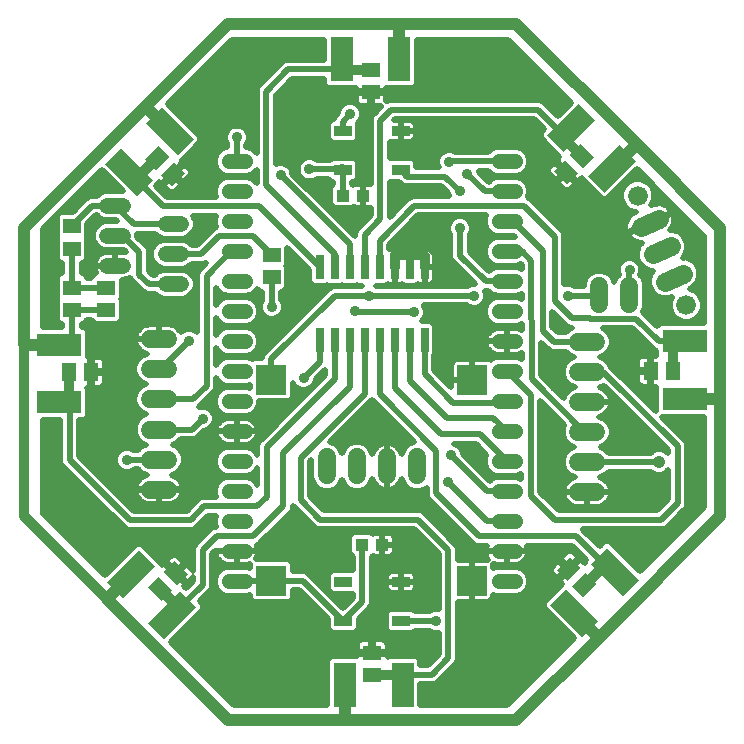
<source format=gbl>
G75*
%MOIN*%
%OFA0B0*%
%FSLAX25Y25*%
%IPPOS*%
%LPD*%
%AMOC8*
5,1,8,0,0,1.08239X$1,22.5*
%
%ADD10C,0.05200*%
%ADD11C,0.06000*%
%ADD12R,0.02600X0.08000*%
%ADD13R,0.05906X0.03543*%
%ADD14R,0.07600X0.15000*%
%ADD15R,0.15000X0.07600*%
%ADD16R,0.06299X0.05118*%
%ADD17R,0.05118X0.06299*%
%ADD18C,0.05150*%
%ADD19R,0.10000X0.10000*%
%ADD20R,0.04331X0.03937*%
%ADD21R,0.05906X0.05118*%
%ADD22C,0.06496*%
%ADD23C,0.06600*%
%ADD24C,0.02000*%
%ADD25C,0.01969*%
%ADD26C,0.03200*%
%ADD27C,0.03600*%
%ADD28C,0.02978*%
%ADD29C,0.04000*%
%ADD30C,0.03937*%
D10*
X0052269Y0150482D02*
X0057469Y0150482D01*
X0057469Y0160482D02*
X0052269Y0160482D01*
X0052269Y0170482D02*
X0057469Y0170482D01*
X0038047Y0166645D02*
X0032847Y0166645D01*
X0032847Y0176645D02*
X0038047Y0176645D01*
X0038047Y0156645D02*
X0032847Y0156645D01*
D11*
X0047073Y0132177D02*
X0053073Y0132177D01*
X0053073Y0122177D02*
X0047073Y0122177D01*
X0047073Y0112177D02*
X0053073Y0112177D01*
X0053103Y0102085D02*
X0047103Y0102085D01*
X0047103Y0092085D02*
X0053103Y0092085D01*
X0053103Y0082085D02*
X0047103Y0082085D01*
X0106073Y0086794D02*
X0106073Y0092794D01*
X0116073Y0092794D02*
X0116073Y0086794D01*
X0126073Y0086794D02*
X0126073Y0092794D01*
X0136073Y0092794D02*
X0136073Y0086794D01*
X0189803Y0091235D02*
X0195803Y0091235D01*
X0195803Y0081235D02*
X0189803Y0081235D01*
X0189803Y0101235D02*
X0195803Y0101235D01*
X0195753Y0111263D02*
X0189753Y0111263D01*
X0189753Y0121263D02*
X0195753Y0121263D01*
X0195753Y0131263D02*
X0189753Y0131263D01*
X0196859Y0143889D02*
X0196859Y0149889D01*
X0206859Y0149889D02*
X0206859Y0143889D01*
D12*
X0138620Y0131985D03*
X0133620Y0131985D03*
X0128620Y0131985D03*
X0123620Y0131985D03*
X0118620Y0131985D03*
X0113620Y0131985D03*
X0108620Y0131985D03*
X0103620Y0131985D03*
X0103620Y0156185D03*
X0108620Y0156185D03*
X0113620Y0156185D03*
X0118620Y0156185D03*
X0123620Y0156185D03*
X0128620Y0156185D03*
X0133620Y0156185D03*
X0138620Y0156185D03*
D13*
X0130718Y0188545D03*
X0130718Y0201537D03*
X0111426Y0201537D03*
X0111426Y0188545D03*
X0111453Y0051244D03*
X0111453Y0038252D03*
X0130744Y0038252D03*
X0130744Y0051244D03*
D14*
X0131247Y0016965D03*
X0111947Y0016965D03*
X0110916Y0225622D03*
X0130216Y0225622D03*
D15*
G36*
X0179520Y0200107D02*
X0190126Y0210713D01*
X0195500Y0205339D01*
X0184894Y0194733D01*
X0179520Y0200107D01*
G37*
G36*
X0193167Y0186460D02*
X0203773Y0197066D01*
X0209147Y0191692D01*
X0198541Y0181086D01*
X0193167Y0186460D01*
G37*
X0225422Y0131459D03*
X0225422Y0112159D03*
G36*
X0199469Y0062650D02*
X0210075Y0052044D01*
X0204701Y0046670D01*
X0194095Y0057276D01*
X0199469Y0062650D01*
G37*
G36*
X0185822Y0049003D02*
X0196428Y0038397D01*
X0191054Y0033023D01*
X0180448Y0043629D01*
X0185822Y0049003D01*
G37*
G36*
X0062477Y0042838D02*
X0051871Y0032232D01*
X0046497Y0037606D01*
X0057103Y0048212D01*
X0062477Y0042838D01*
G37*
G36*
X0048830Y0056485D02*
X0038224Y0045879D01*
X0032850Y0051253D01*
X0043456Y0061859D01*
X0048830Y0056485D01*
G37*
X0016731Y0111108D03*
X0016731Y0130408D03*
G36*
X0042673Y0179907D02*
X0032067Y0190513D01*
X0037441Y0195887D01*
X0048047Y0185281D01*
X0042673Y0179907D01*
G37*
G36*
X0056320Y0193555D02*
X0045714Y0204161D01*
X0051088Y0209535D01*
X0061694Y0198929D01*
X0056320Y0193555D01*
G37*
D16*
X0120753Y0214495D03*
X0120753Y0221975D03*
X0121153Y0027675D03*
X0121153Y0020195D03*
D17*
G36*
X0059682Y0053904D02*
X0056063Y0050285D01*
X0051610Y0054738D01*
X0055229Y0058357D01*
X0059682Y0053904D01*
G37*
G36*
X0054393Y0048615D02*
X0050774Y0044996D01*
X0046321Y0049449D01*
X0049940Y0053068D01*
X0054393Y0048615D01*
G37*
X0027493Y0121135D03*
X0020013Y0121135D03*
G36*
X0054383Y0183235D02*
X0050764Y0186854D01*
X0055217Y0191307D01*
X0058836Y0187688D01*
X0054383Y0183235D01*
G37*
G36*
X0049094Y0188525D02*
X0045475Y0192144D01*
X0049928Y0196597D01*
X0053547Y0192978D01*
X0049094Y0188525D01*
G37*
G36*
X0181648Y0188383D02*
X0185267Y0192002D01*
X0189720Y0187549D01*
X0186101Y0183930D01*
X0181648Y0188383D01*
G37*
G36*
X0186938Y0193672D02*
X0190557Y0197291D01*
X0195010Y0192838D01*
X0191391Y0189219D01*
X0186938Y0193672D01*
G37*
X0213913Y0121535D03*
X0221393Y0121535D03*
G36*
X0187055Y0059586D02*
X0190674Y0055967D01*
X0186221Y0051514D01*
X0182602Y0055133D01*
X0187055Y0059586D01*
G37*
G36*
X0192344Y0054297D02*
X0195963Y0050678D01*
X0191510Y0046225D01*
X0187891Y0049844D01*
X0192344Y0054297D01*
G37*
D18*
X0168583Y0051435D02*
X0163433Y0051435D01*
X0163433Y0061435D02*
X0168583Y0061435D01*
X0168583Y0071435D02*
X0163433Y0071435D01*
X0163433Y0081435D02*
X0168583Y0081435D01*
X0168583Y0091435D02*
X0163433Y0091435D01*
X0163433Y0101435D02*
X0168583Y0101435D01*
X0168583Y0111435D02*
X0163433Y0111435D01*
X0163433Y0121435D02*
X0168583Y0121435D01*
X0168583Y0131435D02*
X0163433Y0131435D01*
X0163433Y0141435D02*
X0168583Y0141435D01*
X0168583Y0151435D02*
X0163433Y0151435D01*
X0163433Y0161435D02*
X0168583Y0161435D01*
X0168583Y0171435D02*
X0163433Y0171435D01*
X0163433Y0181435D02*
X0168583Y0181435D01*
X0168583Y0191435D02*
X0163433Y0191435D01*
X0078583Y0191435D02*
X0073433Y0191435D01*
X0073433Y0181435D02*
X0078583Y0181435D01*
X0078583Y0171435D02*
X0073433Y0171435D01*
X0073433Y0161435D02*
X0078583Y0161435D01*
X0078583Y0151435D02*
X0073433Y0151435D01*
X0073433Y0141435D02*
X0078583Y0141435D01*
X0078583Y0131435D02*
X0073433Y0131435D01*
X0073433Y0121435D02*
X0078583Y0121435D01*
X0078583Y0111435D02*
X0073433Y0111435D01*
X0073433Y0101435D02*
X0078583Y0101435D01*
X0078583Y0091435D02*
X0073433Y0091435D01*
X0073433Y0081435D02*
X0078583Y0081435D01*
X0078583Y0071435D02*
X0073433Y0071435D01*
X0073433Y0061435D02*
X0078583Y0061435D01*
X0078583Y0051435D02*
X0073433Y0051435D01*
D19*
X0087518Y0051654D03*
X0154518Y0051654D03*
X0154518Y0118654D03*
X0087518Y0118654D03*
D20*
X0117857Y0063635D03*
X0124550Y0063635D03*
X0118050Y0179985D03*
X0111357Y0179985D03*
D21*
X0087603Y0160275D03*
X0087603Y0152795D03*
X0032553Y0149375D03*
X0032553Y0141895D03*
X0021053Y0141895D03*
X0021053Y0149375D03*
X0021053Y0162395D03*
X0021053Y0169875D03*
D22*
X0210685Y0169614D02*
X0216619Y0172256D01*
X0220687Y0163120D02*
X0214752Y0160478D01*
X0218820Y0151343D02*
X0224754Y0153985D01*
D23*
X0225854Y0143528D03*
X0209585Y0180070D03*
D24*
X0206911Y0155135D02*
X0206859Y0155083D01*
X0206859Y0146889D01*
X0208981Y0139089D02*
X0216612Y0131459D01*
X0225422Y0131459D01*
X0221453Y0131635D02*
X0221393Y0131575D01*
X0221393Y0130885D01*
X0208981Y0139089D02*
X0193690Y0139089D01*
X0193589Y0139190D01*
X0187620Y0139190D01*
X0181911Y0144899D01*
X0181911Y0166356D01*
X0171604Y0176663D01*
X0135231Y0176663D01*
X0123620Y0165052D01*
X0123620Y0156185D01*
X0118620Y0156185D02*
X0118620Y0167052D01*
X0123753Y0172185D01*
X0123753Y0205035D01*
X0127403Y0208685D01*
X0176503Y0208685D01*
X0183853Y0201335D01*
X0183853Y0200376D01*
X0166008Y0191435D02*
X0146951Y0191435D01*
X0146872Y0191356D01*
X0145549Y0186380D02*
X0132883Y0186380D01*
X0130718Y0188545D01*
X0118050Y0179985D02*
X0117550Y0180485D01*
X0111357Y0179985D02*
X0111357Y0188475D01*
X0111036Y0188796D01*
X0100219Y0188796D01*
X0090573Y0187025D02*
X0090573Y0186903D01*
X0113620Y0163856D01*
X0113620Y0156185D01*
X0108620Y0156185D02*
X0108620Y0160668D01*
X0090578Y0178710D01*
X0085803Y0183485D01*
X0085803Y0214735D01*
X0093203Y0222135D01*
X0110753Y0222135D01*
X0110913Y0221975D01*
X0113801Y0207300D02*
X0113801Y0207104D01*
X0111426Y0204729D01*
X0111426Y0201537D01*
X0083370Y0176435D02*
X0051520Y0176435D01*
X0040057Y0187897D01*
X0035447Y0176645D02*
X0027823Y0176645D01*
X0021053Y0169875D01*
X0021053Y0162395D02*
X0021053Y0149375D01*
X0032553Y0149375D01*
X0032553Y0141895D02*
X0021053Y0141895D01*
X0021053Y0131635D01*
X0016731Y0130408D02*
X0016658Y0130335D01*
X0020013Y0121135D02*
X0020153Y0120995D01*
X0020263Y0110925D02*
X0020263Y0092025D01*
X0040403Y0071885D01*
X0060603Y0071885D01*
X0065153Y0076435D01*
X0082853Y0076435D01*
X0086053Y0079635D01*
X0086053Y0096385D01*
X0108620Y0118952D01*
X0108620Y0131985D01*
X0103620Y0131985D02*
X0103620Y0124678D01*
X0098250Y0119308D01*
X0087518Y0118654D02*
X0087518Y0125466D01*
X0108723Y0146671D01*
X0120100Y0146671D01*
X0155140Y0146671D01*
X0159037Y0151435D02*
X0150415Y0160056D01*
X0150415Y0169111D01*
X0150415Y0181513D02*
X0145549Y0186380D01*
X0152778Y0187419D02*
X0158761Y0181435D01*
X0166008Y0181435D01*
X0166008Y0171435D02*
X0168033Y0171435D01*
X0177982Y0161485D01*
X0177982Y0135010D01*
X0181729Y0131263D01*
X0192753Y0131263D01*
X0192753Y0121263D02*
X0198175Y0121263D01*
X0223003Y0096435D01*
X0223003Y0077535D01*
X0217503Y0072035D01*
X0181953Y0072035D01*
X0173910Y0080079D01*
X0173910Y0113534D01*
X0166008Y0121435D01*
X0174314Y0118780D02*
X0191859Y0101235D01*
X0192803Y0101235D01*
X0192803Y0091235D02*
X0216634Y0091235D01*
X0189170Y0066435D02*
X0156853Y0066435D01*
X0142460Y0080829D01*
X0142460Y0095079D01*
X0123620Y0113918D01*
X0123620Y0131985D01*
X0118620Y0131985D02*
X0118620Y0114002D01*
X0097353Y0092735D01*
X0097353Y0078585D01*
X0103853Y0072085D01*
X0136303Y0072085D01*
X0146453Y0061935D01*
X0146453Y0025779D01*
X0140967Y0020293D01*
X0134574Y0020293D01*
X0131247Y0016965D01*
X0130744Y0038252D02*
X0142298Y0038252D01*
X0142345Y0038206D01*
X0131177Y0038685D02*
X0130744Y0038252D01*
X0117803Y0044602D02*
X0117803Y0063582D01*
X0124550Y0063635D02*
X0124585Y0063600D01*
X0130534Y0051455D02*
X0130744Y0051244D01*
X0117803Y0044602D02*
X0111453Y0038252D01*
X0098051Y0051654D01*
X0087518Y0051654D01*
X0087299Y0051435D01*
X0076008Y0051435D01*
X0064653Y0050336D02*
X0064653Y0061835D01*
X0069253Y0066435D01*
X0081503Y0066435D01*
X0091553Y0076485D01*
X0091553Y0094235D01*
X0113620Y0116302D01*
X0113620Y0131985D01*
X0115770Y0141159D02*
X0115376Y0141552D01*
X0115770Y0141159D02*
X0135061Y0141159D01*
X0133620Y0131985D02*
X0133620Y0118368D01*
X0146103Y0105885D01*
X0161558Y0105885D01*
X0166008Y0101435D01*
X0166008Y0101435D01*
X0156958Y0100485D02*
X0166008Y0091435D01*
X0166008Y0081435D02*
X0159352Y0081435D01*
X0147266Y0093521D01*
X0144003Y0100485D02*
X0156958Y0100485D01*
X0165627Y0111054D02*
X0148085Y0111054D01*
X0138620Y0120518D01*
X0138620Y0131985D01*
X0128620Y0131985D02*
X0128620Y0115868D01*
X0144003Y0100485D01*
X0146478Y0084466D02*
X0159509Y0071435D01*
X0166008Y0071435D01*
X0189170Y0066435D02*
X0198636Y0056969D01*
X0174314Y0118780D02*
X0174192Y0158347D01*
X0171103Y0161435D01*
X0166008Y0161435D01*
X0166008Y0170479D02*
X0166008Y0171435D01*
X0166008Y0151435D02*
X0159037Y0151435D01*
X0186439Y0146671D02*
X0196640Y0146671D01*
X0196859Y0146889D01*
X0103620Y0156185D02*
X0083370Y0176435D01*
X0081393Y0166485D02*
X0070153Y0166485D01*
X0064150Y0160482D01*
X0054869Y0160482D01*
X0054869Y0170482D02*
X0041609Y0170482D01*
X0035447Y0176645D01*
X0035447Y0166645D02*
X0038044Y0166645D01*
X0043553Y0161135D01*
X0043553Y0153635D01*
X0046706Y0150482D01*
X0054869Y0150482D01*
X0065935Y0153361D02*
X0065935Y0116667D01*
X0061445Y0112177D01*
X0050073Y0112177D01*
X0050073Y0122177D02*
X0050725Y0122177D01*
X0060061Y0131513D01*
X0065935Y0153361D02*
X0074008Y0161435D01*
X0081393Y0166485D02*
X0087603Y0160275D01*
X0087603Y0152795D02*
X0087620Y0152778D01*
X0087620Y0142930D01*
X0064589Y0105726D02*
X0060948Y0102085D01*
X0050103Y0102085D01*
X0050103Y0092085D02*
X0039531Y0092085D01*
X0039392Y0091946D01*
X0064653Y0050336D02*
X0056853Y0042536D01*
X0076008Y0191435D02*
X0076008Y0199424D01*
X0076006Y0199426D01*
D25*
X0072325Y0197903D02*
X0063758Y0197903D01*
X0063879Y0198024D02*
X0063879Y0199833D01*
X0053092Y0210620D01*
X0074303Y0231832D01*
X0104932Y0231832D01*
X0104932Y0225319D01*
X0092570Y0225319D01*
X0091399Y0224835D01*
X0090504Y0223939D01*
X0083104Y0216539D01*
X0082619Y0215368D01*
X0082619Y0194127D01*
X0082618Y0194131D01*
X0081279Y0195469D01*
X0079530Y0196194D01*
X0079192Y0196194D01*
X0079192Y0196978D01*
X0079384Y0197170D01*
X0079990Y0198634D01*
X0079990Y0200219D01*
X0079384Y0201683D01*
X0078263Y0202804D01*
X0076798Y0203411D01*
X0075213Y0203411D01*
X0073749Y0202804D01*
X0072628Y0201683D01*
X0072022Y0200219D01*
X0072022Y0198634D01*
X0072628Y0197170D01*
X0072824Y0196974D01*
X0072824Y0196194D01*
X0072487Y0196194D01*
X0070738Y0195469D01*
X0069399Y0194131D01*
X0068674Y0192381D01*
X0068674Y0190488D01*
X0069399Y0188739D01*
X0070738Y0187400D01*
X0072487Y0186676D01*
X0079530Y0186676D01*
X0081279Y0187400D01*
X0082618Y0188739D01*
X0082619Y0188743D01*
X0082619Y0184127D01*
X0082618Y0184131D01*
X0081279Y0185469D01*
X0079530Y0186194D01*
X0072487Y0186194D01*
X0070738Y0185469D01*
X0069399Y0184131D01*
X0068674Y0182381D01*
X0068674Y0180488D01*
X0069034Y0179619D01*
X0052839Y0179619D01*
X0049157Y0183301D01*
X0050232Y0184376D01*
X0050232Y0184579D01*
X0050961Y0183850D01*
X0054382Y0187271D01*
X0054800Y0186853D01*
X0055218Y0187271D01*
X0058221Y0184267D01*
X0060424Y0186470D01*
X0060686Y0186923D01*
X0060821Y0187427D01*
X0060821Y0187950D01*
X0060686Y0188455D01*
X0060424Y0188907D01*
X0058639Y0190693D01*
X0055218Y0187271D01*
X0054800Y0187689D01*
X0058221Y0191110D01*
X0057593Y0191738D01*
X0063879Y0198024D01*
X0063842Y0199870D02*
X0072022Y0199870D01*
X0072782Y0201837D02*
X0061875Y0201837D01*
X0059908Y0203804D02*
X0082619Y0203804D01*
X0082619Y0205771D02*
X0057941Y0205771D01*
X0055974Y0207738D02*
X0082619Y0207738D01*
X0082619Y0209705D02*
X0054007Y0209705D01*
X0054143Y0211672D02*
X0082619Y0211672D01*
X0082619Y0213639D02*
X0056110Y0213639D01*
X0058077Y0215606D02*
X0082717Y0215606D01*
X0084138Y0217573D02*
X0060044Y0217573D01*
X0062011Y0219540D02*
X0086105Y0219540D01*
X0088072Y0221507D02*
X0063978Y0221507D01*
X0065945Y0223474D02*
X0090039Y0223474D01*
X0094522Y0218951D02*
X0104932Y0218951D01*
X0104932Y0217217D01*
X0106211Y0215937D01*
X0115619Y0215937D01*
X0115619Y0214790D01*
X0120458Y0214790D01*
X0120458Y0214200D01*
X0115619Y0214200D01*
X0115619Y0211675D01*
X0115755Y0211170D01*
X0116016Y0210717D01*
X0116053Y0210680D01*
X0114594Y0211285D01*
X0113009Y0211285D01*
X0111544Y0210678D01*
X0110424Y0209557D01*
X0109817Y0208093D01*
X0109817Y0207623D01*
X0108727Y0206532D01*
X0108296Y0205493D01*
X0107569Y0205493D01*
X0106289Y0204214D01*
X0106289Y0198861D01*
X0107569Y0197581D01*
X0115284Y0197581D01*
X0116563Y0198861D01*
X0116563Y0204214D01*
X0116456Y0204321D01*
X0117179Y0205044D01*
X0117785Y0206508D01*
X0117785Y0208093D01*
X0117179Y0209557D01*
X0116392Y0210344D01*
X0116838Y0210087D01*
X0117342Y0209952D01*
X0120458Y0209952D01*
X0120458Y0214200D01*
X0121048Y0214200D01*
X0121048Y0209952D01*
X0124164Y0209952D01*
X0124167Y0209953D01*
X0121949Y0207735D01*
X0121054Y0206839D01*
X0120569Y0205668D01*
X0120569Y0183913D01*
X0120476Y0183938D01*
X0118050Y0183938D01*
X0118050Y0179985D01*
X0118050Y0176032D01*
X0120476Y0176032D01*
X0120569Y0176057D01*
X0120569Y0173504D01*
X0115921Y0168856D01*
X0115436Y0167685D01*
X0115436Y0166543D01*
X0094557Y0187422D01*
X0094557Y0187817D01*
X0093951Y0189282D01*
X0092830Y0190403D01*
X0091365Y0191009D01*
X0089780Y0191009D01*
X0088987Y0190681D01*
X0088987Y0213416D01*
X0094522Y0218951D01*
X0093144Y0217573D02*
X0104932Y0217573D01*
X0110571Y0209705D02*
X0088987Y0209705D01*
X0088987Y0211672D02*
X0115620Y0211672D01*
X0115619Y0213639D02*
X0089210Y0213639D01*
X0091177Y0215606D02*
X0115619Y0215606D01*
X0120458Y0213639D02*
X0121048Y0213639D01*
X0121049Y0214200D02*
X0121049Y0214790D01*
X0125887Y0214790D01*
X0125887Y0215937D01*
X0134921Y0215937D01*
X0136200Y0217217D01*
X0136200Y0231832D01*
X0166316Y0231832D01*
X0187236Y0210912D01*
X0183008Y0206684D01*
X0178307Y0211385D01*
X0177137Y0211869D01*
X0175870Y0211869D01*
X0126770Y0211869D01*
X0125836Y0211482D01*
X0125887Y0211675D01*
X0125887Y0214200D01*
X0121049Y0214200D01*
X0121048Y0211672D02*
X0120458Y0211672D01*
X0117032Y0209705D02*
X0123920Y0209705D01*
X0125886Y0211672D02*
X0126293Y0211672D01*
X0125887Y0213639D02*
X0184509Y0213639D01*
X0182542Y0215606D02*
X0125887Y0215606D01*
X0121953Y0207738D02*
X0117785Y0207738D01*
X0117480Y0205771D02*
X0120611Y0205771D01*
X0120569Y0203804D02*
X0116563Y0203804D01*
X0116563Y0201837D02*
X0120569Y0201837D01*
X0120569Y0199870D02*
X0116563Y0199870D01*
X0115605Y0197903D02*
X0120569Y0197903D01*
X0120569Y0195936D02*
X0088987Y0195936D01*
X0088987Y0197903D02*
X0107248Y0197903D01*
X0106289Y0199870D02*
X0088987Y0199870D01*
X0088987Y0201837D02*
X0106289Y0201837D01*
X0106289Y0203804D02*
X0088987Y0203804D01*
X0088987Y0205771D02*
X0108411Y0205771D01*
X0109817Y0207738D02*
X0088987Y0207738D01*
X0082619Y0201837D02*
X0079230Y0201837D01*
X0079990Y0199870D02*
X0082619Y0199870D01*
X0082619Y0197903D02*
X0079687Y0197903D01*
X0080153Y0195936D02*
X0082619Y0195936D01*
X0088987Y0193969D02*
X0120569Y0193969D01*
X0120569Y0192002D02*
X0115783Y0192002D01*
X0115284Y0192501D02*
X0112104Y0192501D01*
X0111939Y0192569D01*
X0110434Y0192569D01*
X0110268Y0192501D01*
X0107569Y0192501D01*
X0107049Y0191981D01*
X0102669Y0191981D01*
X0102475Y0192174D01*
X0101011Y0192781D01*
X0099426Y0192781D01*
X0097962Y0192174D01*
X0096841Y0191053D01*
X0096234Y0189589D01*
X0096234Y0188004D01*
X0096841Y0186540D01*
X0097962Y0185419D01*
X0099426Y0184812D01*
X0101011Y0184812D01*
X0102475Y0185419D01*
X0102669Y0185612D01*
X0106546Y0185612D01*
X0107569Y0184589D01*
X0108173Y0184589D01*
X0108173Y0184024D01*
X0107007Y0182858D01*
X0107007Y0177112D01*
X0108287Y0175832D01*
X0114427Y0175832D01*
X0114893Y0176298D01*
X0115118Y0176168D01*
X0115623Y0176032D01*
X0118050Y0176032D01*
X0118050Y0179985D01*
X0118050Y0179985D01*
X0118050Y0179985D01*
X0118050Y0183938D01*
X0115623Y0183938D01*
X0115118Y0183803D01*
X0114893Y0183672D01*
X0114541Y0184024D01*
X0114541Y0184589D01*
X0115284Y0184589D01*
X0116563Y0185869D01*
X0116563Y0191221D01*
X0115284Y0192501D01*
X0116563Y0190035D02*
X0120569Y0190035D01*
X0120569Y0188067D02*
X0116563Y0188067D01*
X0116563Y0186100D02*
X0120569Y0186100D01*
X0120569Y0184133D02*
X0114541Y0184133D01*
X0118050Y0182166D02*
X0118050Y0182166D01*
X0118050Y0180199D02*
X0118050Y0180199D01*
X0118050Y0178232D02*
X0118050Y0178232D01*
X0118050Y0176265D02*
X0118050Y0176265D01*
X0114949Y0176265D02*
X0114860Y0176265D01*
X0119396Y0172331D02*
X0109648Y0172331D01*
X0111615Y0170364D02*
X0117429Y0170364D01*
X0115731Y0168397D02*
X0113582Y0168397D01*
X0107681Y0174298D02*
X0120569Y0174298D01*
X0126937Y0174298D02*
X0128363Y0174298D01*
X0126937Y0172873D02*
X0126937Y0184589D01*
X0130170Y0184589D01*
X0130184Y0184576D01*
X0131079Y0183680D01*
X0132250Y0183195D01*
X0144230Y0183195D01*
X0146431Y0180994D01*
X0146431Y0180720D01*
X0146793Y0179847D01*
X0134598Y0179847D01*
X0133428Y0179363D01*
X0132532Y0178467D01*
X0132532Y0178467D01*
X0126937Y0172873D01*
X0126937Y0176265D02*
X0130330Y0176265D01*
X0132297Y0178232D02*
X0126937Y0178232D01*
X0126937Y0180199D02*
X0146647Y0180199D01*
X0145259Y0182166D02*
X0126937Y0182166D01*
X0126937Y0184133D02*
X0130626Y0184133D01*
X0130184Y0184576D02*
X0130184Y0184576D01*
X0135855Y0189564D02*
X0135855Y0191221D01*
X0134575Y0192501D01*
X0126937Y0192501D01*
X0126937Y0197952D01*
X0126999Y0197916D01*
X0127504Y0197781D01*
X0130718Y0197781D01*
X0133932Y0197781D01*
X0134436Y0197916D01*
X0134889Y0198178D01*
X0135258Y0198547D01*
X0135519Y0199000D01*
X0135655Y0199504D01*
X0135655Y0201537D01*
X0130718Y0201537D01*
X0130718Y0201537D01*
X0135655Y0201537D01*
X0135655Y0203570D01*
X0135519Y0204075D01*
X0135258Y0204527D01*
X0134889Y0204897D01*
X0134436Y0205158D01*
X0133932Y0205293D01*
X0130718Y0205293D01*
X0130718Y0201537D01*
X0130718Y0197781D01*
X0130718Y0201537D01*
X0130718Y0201537D01*
X0130718Y0201537D01*
X0130718Y0205293D01*
X0128514Y0205293D01*
X0128722Y0205501D01*
X0175184Y0205501D01*
X0178505Y0202181D01*
X0177335Y0201011D01*
X0177335Y0199202D01*
X0183498Y0193040D01*
X0182263Y0191805D01*
X0185684Y0188384D01*
X0185267Y0187966D01*
X0185684Y0187548D01*
X0182680Y0184545D01*
X0184883Y0182342D01*
X0185336Y0182080D01*
X0185841Y0181945D01*
X0186363Y0181945D01*
X0186868Y0182080D01*
X0187320Y0182342D01*
X0189106Y0184127D01*
X0185684Y0187548D01*
X0186102Y0187966D01*
X0189523Y0184545D01*
X0190983Y0186004D01*
X0190983Y0185555D01*
X0197636Y0178901D01*
X0199446Y0178901D01*
X0209346Y0188802D01*
X0231789Y0166358D01*
X0231789Y0137443D01*
X0217017Y0137443D01*
X0216074Y0136500D01*
X0211361Y0141212D01*
X0212043Y0142858D01*
X0212043Y0150921D01*
X0211254Y0152826D01*
X0210557Y0153524D01*
X0210896Y0154343D01*
X0210896Y0155928D01*
X0210403Y0157116D01*
X0211797Y0155794D01*
X0213814Y0155020D01*
X0214846Y0155047D01*
X0214136Y0154298D01*
X0213361Y0152281D01*
X0213418Y0150120D01*
X0214297Y0148146D01*
X0215864Y0146659D01*
X0217882Y0145884D01*
X0220042Y0145941D01*
X0221115Y0146418D01*
X0220370Y0144619D01*
X0220370Y0142438D01*
X0221205Y0140422D01*
X0222748Y0138879D01*
X0224763Y0138044D01*
X0226945Y0138044D01*
X0228961Y0138879D01*
X0230504Y0140422D01*
X0231339Y0142438D01*
X0231339Y0144619D01*
X0230504Y0146635D01*
X0228961Y0148178D01*
X0226945Y0149013D01*
X0226942Y0149013D01*
X0227951Y0149462D01*
X0229438Y0151029D01*
X0230213Y0153047D01*
X0230156Y0155207D01*
X0229277Y0157182D01*
X0227710Y0158669D01*
X0225692Y0159444D01*
X0224661Y0159417D01*
X0225371Y0160165D01*
X0226146Y0162182D01*
X0226089Y0164343D01*
X0225210Y0166317D01*
X0223642Y0167805D01*
X0221625Y0168579D01*
X0220318Y0168545D01*
X0220427Y0168643D01*
X0220945Y0169283D01*
X0221357Y0169996D01*
X0221652Y0170765D01*
X0221823Y0171571D01*
X0221866Y0172393D01*
X0221780Y0173212D01*
X0221567Y0174008D01*
X0221439Y0174294D01*
X0213782Y0170885D01*
X0213702Y0171065D01*
X0221359Y0174474D01*
X0221232Y0174760D01*
X0220783Y0175451D01*
X0220232Y0176063D01*
X0219592Y0176581D01*
X0218879Y0176993D01*
X0218110Y0177288D01*
X0217305Y0177459D01*
X0216482Y0177502D01*
X0215663Y0177416D01*
X0214868Y0177203D01*
X0214158Y0176887D01*
X0214234Y0176964D01*
X0215069Y0178979D01*
X0215069Y0181161D01*
X0214234Y0183177D01*
X0212691Y0184720D01*
X0210676Y0185554D01*
X0208494Y0185554D01*
X0206478Y0184720D01*
X0204936Y0183177D01*
X0204101Y0181161D01*
X0204101Y0178979D01*
X0204936Y0176964D01*
X0206478Y0175421D01*
X0208494Y0174586D01*
X0208989Y0174586D01*
X0208181Y0174226D01*
X0207490Y0173778D01*
X0206878Y0173226D01*
X0206360Y0172586D01*
X0205948Y0171873D01*
X0205653Y0171104D01*
X0205481Y0170299D01*
X0205438Y0169476D01*
X0205524Y0168657D01*
X0205738Y0167862D01*
X0205865Y0167575D01*
X0213522Y0170985D01*
X0213602Y0170805D01*
X0205945Y0167396D01*
X0206073Y0167109D01*
X0206521Y0166419D01*
X0207072Y0165807D01*
X0207712Y0165288D01*
X0208426Y0164876D01*
X0209194Y0164581D01*
X0210000Y0164410D01*
X0210822Y0164367D01*
X0210968Y0164382D01*
X0210068Y0163434D01*
X0209294Y0161416D01*
X0209350Y0159256D01*
X0210093Y0157588D01*
X0209168Y0158513D01*
X0207704Y0159119D01*
X0206119Y0159119D01*
X0204655Y0158513D01*
X0203534Y0157392D01*
X0202927Y0155928D01*
X0202927Y0154343D01*
X0203236Y0153598D01*
X0202464Y0152826D01*
X0201859Y0151365D01*
X0201254Y0152826D01*
X0199796Y0154284D01*
X0197890Y0155074D01*
X0195828Y0155074D01*
X0193922Y0154284D01*
X0192464Y0152826D01*
X0191675Y0150921D01*
X0191675Y0149855D01*
X0188889Y0149855D01*
X0188696Y0150048D01*
X0187232Y0150655D01*
X0185647Y0150655D01*
X0185096Y0150427D01*
X0185096Y0166989D01*
X0184611Y0168159D01*
X0174303Y0178467D01*
X0173408Y0179363D01*
X0172954Y0179551D01*
X0173342Y0180488D01*
X0173342Y0182381D01*
X0172618Y0184131D01*
X0171279Y0185469D01*
X0169530Y0186194D01*
X0162487Y0186194D01*
X0160738Y0185469D01*
X0159984Y0184716D01*
X0156762Y0187937D01*
X0156762Y0188211D01*
X0156745Y0188251D01*
X0159887Y0188251D01*
X0160738Y0187400D01*
X0162487Y0186676D01*
X0169530Y0186676D01*
X0171279Y0187400D01*
X0172618Y0188739D01*
X0173342Y0190488D01*
X0173342Y0192381D01*
X0172618Y0194131D01*
X0171279Y0195469D01*
X0169530Y0196194D01*
X0162487Y0196194D01*
X0160738Y0195469D01*
X0159887Y0194619D01*
X0149243Y0194619D01*
X0149129Y0194733D01*
X0147665Y0195340D01*
X0146080Y0195340D01*
X0144615Y0194733D01*
X0143494Y0193612D01*
X0142888Y0192148D01*
X0142888Y0190563D01*
X0143302Y0189564D01*
X0135855Y0189564D01*
X0135855Y0190035D02*
X0143107Y0190035D01*
X0142888Y0192002D02*
X0135075Y0192002D01*
X0134385Y0197903D02*
X0178635Y0197903D01*
X0177335Y0199870D02*
X0135655Y0199870D01*
X0135655Y0201837D02*
X0178161Y0201837D01*
X0176881Y0203804D02*
X0135592Y0203804D01*
X0130718Y0203804D02*
X0130718Y0203804D01*
X0130718Y0201837D02*
X0130718Y0201837D01*
X0130718Y0199870D02*
X0130718Y0199870D01*
X0130718Y0197903D02*
X0130718Y0197903D01*
X0127051Y0197903D02*
X0126937Y0197903D01*
X0126937Y0195936D02*
X0161863Y0195936D01*
X0160070Y0188067D02*
X0156762Y0188067D01*
X0158599Y0186100D02*
X0162261Y0186100D01*
X0169755Y0186100D02*
X0181125Y0186100D01*
X0180060Y0187165D02*
X0182263Y0184962D01*
X0185267Y0187966D01*
X0181845Y0191387D01*
X0180060Y0189602D01*
X0179799Y0189150D01*
X0179663Y0188645D01*
X0179663Y0188122D01*
X0179799Y0187618D01*
X0180060Y0187165D01*
X0179678Y0188067D02*
X0171946Y0188067D01*
X0173154Y0190035D02*
X0180492Y0190035D01*
X0183198Y0190035D02*
X0184033Y0190035D01*
X0185165Y0188067D02*
X0185368Y0188067D01*
X0184236Y0186100D02*
X0183401Y0186100D01*
X0183092Y0184133D02*
X0172615Y0184133D01*
X0173342Y0182166D02*
X0185187Y0182166D01*
X0187017Y0182166D02*
X0194371Y0182166D01*
X0196338Y0180199D02*
X0173222Y0180199D01*
X0174538Y0178232D02*
X0204410Y0178232D01*
X0204101Y0180199D02*
X0200744Y0180199D01*
X0202711Y0182166D02*
X0204517Y0182166D01*
X0204678Y0184133D02*
X0205892Y0184133D01*
X0206645Y0186100D02*
X0212047Y0186100D01*
X0213278Y0184133D02*
X0214014Y0184133D01*
X0214653Y0182166D02*
X0215981Y0182166D01*
X0215069Y0180199D02*
X0217948Y0180199D01*
X0219915Y0178232D02*
X0214760Y0178232D01*
X0219982Y0176265D02*
X0221882Y0176265D01*
X0220965Y0174298D02*
X0223849Y0174298D01*
X0225816Y0172331D02*
X0221863Y0172331D01*
X0221498Y0170364D02*
X0227783Y0170364D01*
X0229750Y0168397D02*
X0222098Y0168397D01*
X0225091Y0166430D02*
X0231717Y0166430D01*
X0231789Y0164463D02*
X0226035Y0164463D01*
X0226137Y0162496D02*
X0231789Y0162496D01*
X0231789Y0160529D02*
X0225511Y0160529D01*
X0227822Y0158562D02*
X0231789Y0158562D01*
X0231789Y0156595D02*
X0229538Y0156595D01*
X0230172Y0154628D02*
X0231789Y0154628D01*
X0231789Y0152661D02*
X0230065Y0152661D01*
X0229120Y0150694D02*
X0231789Y0150694D01*
X0231789Y0148727D02*
X0227634Y0148727D01*
X0230378Y0146760D02*
X0231789Y0146760D01*
X0231789Y0144793D02*
X0231267Y0144793D01*
X0231339Y0142826D02*
X0231789Y0142826D01*
X0231789Y0140859D02*
X0230685Y0140859D01*
X0231789Y0138892D02*
X0228974Y0138892D01*
X0222735Y0138892D02*
X0213681Y0138892D01*
X0211714Y0140859D02*
X0221024Y0140859D01*
X0220370Y0142826D02*
X0212030Y0142826D01*
X0212043Y0144793D02*
X0220442Y0144793D01*
X0215757Y0146760D02*
X0212043Y0146760D01*
X0212043Y0148727D02*
X0214038Y0148727D01*
X0213403Y0150694D02*
X0212043Y0150694D01*
X0211322Y0152661D02*
X0213507Y0152661D01*
X0214449Y0154628D02*
X0210896Y0154628D01*
X0210952Y0156595D02*
X0210619Y0156595D01*
X0209659Y0158562D02*
X0209049Y0158562D01*
X0209317Y0160529D02*
X0185096Y0160529D01*
X0185096Y0158562D02*
X0204774Y0158562D01*
X0203204Y0156595D02*
X0185096Y0156595D01*
X0185096Y0154628D02*
X0194753Y0154628D01*
X0192396Y0152661D02*
X0185096Y0152661D01*
X0185096Y0150694D02*
X0191675Y0150694D01*
X0198966Y0154628D02*
X0202927Y0154628D01*
X0202396Y0152661D02*
X0201322Y0152661D01*
X0209708Y0162496D02*
X0185096Y0162496D01*
X0185096Y0164463D02*
X0209750Y0164463D01*
X0206514Y0166430D02*
X0185096Y0166430D01*
X0184373Y0168397D02*
X0205594Y0168397D01*
X0205495Y0170364D02*
X0182406Y0170364D01*
X0180439Y0172331D02*
X0206212Y0172331D01*
X0208343Y0174298D02*
X0178472Y0174298D01*
X0176505Y0176265D02*
X0205634Y0176265D01*
X0207711Y0168397D02*
X0208195Y0168397D01*
X0212129Y0170364D02*
X0212613Y0170364D01*
X0216547Y0172331D02*
X0217031Y0172331D01*
X0210080Y0188067D02*
X0208612Y0188067D01*
X0192404Y0184133D02*
X0189099Y0184133D01*
X0187967Y0186100D02*
X0187132Y0186100D01*
X0182459Y0192002D02*
X0173342Y0192002D01*
X0172685Y0193969D02*
X0182569Y0193969D01*
X0180602Y0195936D02*
X0170153Y0195936D01*
X0181954Y0207738D02*
X0184062Y0207738D01*
X0186029Y0209705D02*
X0179987Y0209705D01*
X0177614Y0211672D02*
X0186476Y0211672D01*
X0180575Y0217573D02*
X0136200Y0217573D01*
X0136200Y0219540D02*
X0178608Y0219540D01*
X0176641Y0221507D02*
X0136200Y0221507D01*
X0136200Y0223474D02*
X0174674Y0223474D01*
X0172707Y0225441D02*
X0136200Y0225441D01*
X0136200Y0227408D02*
X0170740Y0227408D01*
X0168773Y0229375D02*
X0136200Y0229375D01*
X0136200Y0231342D02*
X0166806Y0231342D01*
X0143851Y0193969D02*
X0126937Y0193969D01*
X0107070Y0192002D02*
X0102648Y0192002D01*
X0097789Y0192002D02*
X0088987Y0192002D01*
X0093198Y0190035D02*
X0096419Y0190035D01*
X0096234Y0188067D02*
X0094454Y0188067D01*
X0095879Y0186100D02*
X0097280Y0186100D01*
X0097846Y0184133D02*
X0108173Y0184133D01*
X0107007Y0182166D02*
X0099813Y0182166D01*
X0101780Y0180199D02*
X0107007Y0180199D01*
X0107007Y0178232D02*
X0103747Y0178232D01*
X0105714Y0176265D02*
X0107854Y0176265D01*
X0092806Y0162496D02*
X0092740Y0162496D01*
X0092740Y0162562D02*
X0100136Y0155166D01*
X0100136Y0151280D01*
X0101416Y0150001D01*
X0105825Y0150001D01*
X0106120Y0150296D01*
X0106416Y0150001D01*
X0110825Y0150001D01*
X0111120Y0150296D01*
X0111416Y0150001D01*
X0115825Y0150001D01*
X0116120Y0150296D01*
X0116416Y0150001D01*
X0117796Y0150001D01*
X0117650Y0149855D01*
X0108089Y0149855D01*
X0106919Y0149370D01*
X0106023Y0148474D01*
X0084818Y0127269D01*
X0084333Y0126099D01*
X0084333Y0125838D01*
X0081613Y0125838D01*
X0081254Y0125479D01*
X0079530Y0126194D01*
X0072487Y0126194D01*
X0070738Y0125469D01*
X0069399Y0124131D01*
X0069119Y0123455D01*
X0069119Y0129415D01*
X0069399Y0128739D01*
X0070738Y0127400D01*
X0072487Y0126676D01*
X0079530Y0126676D01*
X0081279Y0127400D01*
X0082618Y0128739D01*
X0083342Y0130488D01*
X0083342Y0132381D01*
X0082618Y0134131D01*
X0081279Y0135469D01*
X0079530Y0136194D01*
X0072487Y0136194D01*
X0070738Y0135469D01*
X0069399Y0134131D01*
X0069119Y0133455D01*
X0069119Y0139415D01*
X0069399Y0138739D01*
X0070738Y0137400D01*
X0072487Y0136676D01*
X0079530Y0136676D01*
X0081279Y0137400D01*
X0082618Y0138739D01*
X0083342Y0140488D01*
X0083342Y0142381D01*
X0082618Y0144131D01*
X0081279Y0145469D01*
X0079530Y0146194D01*
X0072487Y0146194D01*
X0070738Y0145469D01*
X0069399Y0144131D01*
X0069119Y0143455D01*
X0069119Y0149415D01*
X0069399Y0148739D01*
X0070738Y0147400D01*
X0072487Y0146676D01*
X0079530Y0146676D01*
X0081279Y0147400D01*
X0082618Y0148739D01*
X0082747Y0149051D01*
X0083746Y0148052D01*
X0084436Y0148052D01*
X0084436Y0145381D01*
X0084242Y0145187D01*
X0083636Y0143723D01*
X0083636Y0142138D01*
X0084242Y0140673D01*
X0085363Y0139553D01*
X0086828Y0138946D01*
X0088413Y0138946D01*
X0089877Y0139553D01*
X0090998Y0140673D01*
X0091604Y0142138D01*
X0091604Y0143723D01*
X0090998Y0145187D01*
X0090804Y0145381D01*
X0090804Y0148052D01*
X0091461Y0148052D01*
X0092740Y0149331D01*
X0092740Y0156259D01*
X0092464Y0156535D01*
X0092740Y0156811D01*
X0092740Y0162562D01*
X0092740Y0160529D02*
X0094773Y0160529D01*
X0096740Y0158562D02*
X0092740Y0158562D01*
X0092524Y0156595D02*
X0098707Y0156595D01*
X0100136Y0154628D02*
X0092740Y0154628D01*
X0092740Y0152661D02*
X0100136Y0152661D01*
X0100722Y0150694D02*
X0092740Y0150694D01*
X0092136Y0148727D02*
X0106276Y0148727D01*
X0104309Y0146760D02*
X0090804Y0146760D01*
X0091161Y0144793D02*
X0102342Y0144793D01*
X0100375Y0142826D02*
X0091604Y0142826D01*
X0091075Y0140859D02*
X0098408Y0140859D01*
X0096441Y0138892D02*
X0082681Y0138892D01*
X0083342Y0140859D02*
X0084166Y0140859D01*
X0083636Y0142826D02*
X0083158Y0142826D01*
X0084079Y0144793D02*
X0081955Y0144793D01*
X0079733Y0146760D02*
X0084436Y0146760D01*
X0083070Y0148727D02*
X0082606Y0148727D01*
X0072283Y0146760D02*
X0069119Y0146760D01*
X0069119Y0144793D02*
X0070061Y0144793D01*
X0069411Y0148727D02*
X0069119Y0148727D01*
X0062750Y0148727D02*
X0061920Y0148727D01*
X0062253Y0149530D02*
X0061524Y0147772D01*
X0060179Y0146426D01*
X0058420Y0145698D01*
X0051317Y0145698D01*
X0049559Y0146426D01*
X0048687Y0147298D01*
X0046073Y0147298D01*
X0044903Y0147782D01*
X0044007Y0148678D01*
X0044007Y0148678D01*
X0041749Y0150936D01*
X0041749Y0150936D01*
X0040854Y0151831D01*
X0040476Y0152743D01*
X0040449Y0152724D01*
X0039806Y0152396D01*
X0039120Y0152173D01*
X0038407Y0152060D01*
X0037690Y0152060D01*
X0037690Y0145911D01*
X0037414Y0145635D01*
X0037690Y0145359D01*
X0037690Y0138431D01*
X0036411Y0137152D01*
X0028696Y0137152D01*
X0027416Y0138431D01*
X0027416Y0138711D01*
X0026190Y0138711D01*
X0026190Y0138431D01*
X0024911Y0137152D01*
X0024237Y0137152D01*
X0024237Y0136392D01*
X0025136Y0136392D01*
X0026415Y0135113D01*
X0026415Y0126269D01*
X0027198Y0126269D01*
X0027198Y0121430D01*
X0027789Y0121430D01*
X0032037Y0121430D01*
X0032037Y0124546D01*
X0031901Y0125051D01*
X0031640Y0125503D01*
X0031271Y0125872D01*
X0030818Y0126134D01*
X0030314Y0126269D01*
X0027789Y0126269D01*
X0027789Y0121430D01*
X0027789Y0120840D01*
X0032037Y0120840D01*
X0032037Y0117724D01*
X0031901Y0117220D01*
X0031640Y0116767D01*
X0031271Y0116398D01*
X0030818Y0116136D01*
X0030314Y0116001D01*
X0027789Y0116001D01*
X0027789Y0120840D01*
X0027198Y0120840D01*
X0027198Y0116001D01*
X0026226Y0116001D01*
X0026415Y0115812D01*
X0026415Y0106403D01*
X0025136Y0105124D01*
X0023447Y0105124D01*
X0023447Y0093344D01*
X0041722Y0075069D01*
X0059284Y0075069D01*
X0062454Y0078239D01*
X0062454Y0078239D01*
X0063349Y0079135D01*
X0064520Y0079619D01*
X0069034Y0079619D01*
X0068674Y0080488D01*
X0068674Y0082381D01*
X0069399Y0084131D01*
X0070738Y0085469D01*
X0072487Y0086194D01*
X0079530Y0086194D01*
X0081279Y0085469D01*
X0082618Y0084131D01*
X0082869Y0083524D01*
X0082869Y0089346D01*
X0082618Y0088739D01*
X0081279Y0087400D01*
X0079530Y0086676D01*
X0072487Y0086676D01*
X0070738Y0087400D01*
X0069399Y0088739D01*
X0068674Y0090488D01*
X0068674Y0092381D01*
X0069399Y0094131D01*
X0070738Y0095469D01*
X0072487Y0096194D01*
X0079530Y0096194D01*
X0081279Y0095469D01*
X0082618Y0094131D01*
X0082869Y0093524D01*
X0082869Y0097018D01*
X0083354Y0098189D01*
X0084249Y0099085D01*
X0105436Y0120271D01*
X0105436Y0121991D01*
X0105424Y0121979D01*
X0102234Y0118789D01*
X0102234Y0118516D01*
X0101628Y0117051D01*
X0100507Y0115931D01*
X0099043Y0115324D01*
X0097458Y0115324D01*
X0095993Y0115931D01*
X0094872Y0117051D01*
X0094702Y0117463D01*
X0094702Y0112749D01*
X0093422Y0111469D01*
X0083342Y0111469D01*
X0083342Y0110488D01*
X0082618Y0108739D01*
X0081279Y0107400D01*
X0079530Y0106676D01*
X0072487Y0106676D01*
X0070738Y0107400D01*
X0069399Y0108739D01*
X0068674Y0110488D01*
X0068674Y0112381D01*
X0069399Y0114131D01*
X0070738Y0115469D01*
X0072487Y0116194D01*
X0079530Y0116194D01*
X0080333Y0115861D01*
X0080333Y0117009D01*
X0079530Y0116676D01*
X0072487Y0116676D01*
X0070738Y0117400D01*
X0069399Y0118739D01*
X0069119Y0119415D01*
X0069119Y0116033D01*
X0068634Y0114863D01*
X0063259Y0109487D01*
X0063796Y0109710D01*
X0065381Y0109710D01*
X0066846Y0109103D01*
X0067966Y0107983D01*
X0068573Y0106518D01*
X0068573Y0104933D01*
X0067966Y0103469D01*
X0066846Y0102348D01*
X0065381Y0101741D01*
X0065108Y0101741D01*
X0062752Y0099386D01*
X0061581Y0098901D01*
X0057251Y0098901D01*
X0056040Y0097690D01*
X0054579Y0097085D01*
X0056040Y0096480D01*
X0057498Y0095022D01*
X0058287Y0093116D01*
X0058287Y0091054D01*
X0057498Y0089148D01*
X0056040Y0087690D01*
X0054252Y0086950D01*
X0054270Y0086947D01*
X0055017Y0086704D01*
X0055716Y0086348D01*
X0056350Y0085887D01*
X0056905Y0085332D01*
X0057366Y0084697D01*
X0057722Y0083998D01*
X0057965Y0083252D01*
X0058087Y0082477D01*
X0058087Y0082101D01*
X0050119Y0082101D01*
X0050119Y0082069D01*
X0050119Y0077101D01*
X0053495Y0077101D01*
X0054270Y0077224D01*
X0055017Y0077466D01*
X0055716Y0077822D01*
X0056350Y0078283D01*
X0056905Y0078838D01*
X0057366Y0079473D01*
X0057722Y0080172D01*
X0057965Y0080918D01*
X0058087Y0081693D01*
X0058087Y0082069D01*
X0050119Y0082069D01*
X0050087Y0082069D01*
X0042119Y0082069D01*
X0042119Y0081693D01*
X0042242Y0080918D01*
X0042484Y0080172D01*
X0042840Y0079473D01*
X0043301Y0078838D01*
X0043856Y0078283D01*
X0044491Y0077822D01*
X0045190Y0077466D01*
X0045936Y0077224D01*
X0046711Y0077101D01*
X0050087Y0077101D01*
X0050087Y0082069D01*
X0050087Y0082101D01*
X0042119Y0082101D01*
X0042119Y0082477D01*
X0042242Y0083252D01*
X0042484Y0083998D01*
X0042840Y0084697D01*
X0043301Y0085332D01*
X0043856Y0085887D01*
X0044491Y0086348D01*
X0045190Y0086704D01*
X0045936Y0086947D01*
X0045954Y0086950D01*
X0044167Y0087690D01*
X0042956Y0088901D01*
X0041981Y0088901D01*
X0041649Y0088568D01*
X0040184Y0087962D01*
X0038599Y0087962D01*
X0037135Y0088568D01*
X0036014Y0089689D01*
X0035408Y0091154D01*
X0035408Y0092739D01*
X0036014Y0094203D01*
X0037135Y0095324D01*
X0038599Y0095930D01*
X0040184Y0095930D01*
X0041649Y0095324D01*
X0041703Y0095269D01*
X0042956Y0095269D01*
X0044167Y0096480D01*
X0045627Y0097085D01*
X0044167Y0097690D01*
X0042708Y0099148D01*
X0041919Y0101054D01*
X0041919Y0103116D01*
X0042708Y0105022D01*
X0044167Y0106480D01*
X0045723Y0107125D01*
X0044137Y0107782D01*
X0042678Y0109240D01*
X0041889Y0111146D01*
X0041889Y0113208D01*
X0042678Y0115114D01*
X0044137Y0116572D01*
X0045597Y0117177D01*
X0044137Y0117782D01*
X0042678Y0119240D01*
X0041889Y0121146D01*
X0041889Y0123208D01*
X0042678Y0125114D01*
X0044137Y0126572D01*
X0045925Y0127313D01*
X0045906Y0127315D01*
X0045160Y0127558D01*
X0044461Y0127914D01*
X0043826Y0128375D01*
X0043272Y0128930D01*
X0042810Y0129565D01*
X0042454Y0130264D01*
X0042212Y0131010D01*
X0042089Y0131785D01*
X0042089Y0132161D01*
X0050057Y0132161D01*
X0050057Y0132193D01*
X0042089Y0132193D01*
X0042089Y0132569D01*
X0042212Y0133344D01*
X0042454Y0134090D01*
X0042810Y0134789D01*
X0043272Y0135424D01*
X0043826Y0135979D01*
X0044461Y0136440D01*
X0045160Y0136796D01*
X0045906Y0137039D01*
X0046681Y0137161D01*
X0050058Y0137161D01*
X0050058Y0132193D01*
X0050089Y0132193D01*
X0050089Y0137161D01*
X0053466Y0137161D01*
X0054240Y0137039D01*
X0054987Y0136796D01*
X0055686Y0136440D01*
X0056320Y0135979D01*
X0056875Y0135424D01*
X0057336Y0134789D01*
X0057460Y0134546D01*
X0057804Y0134891D01*
X0059269Y0135497D01*
X0060854Y0135497D01*
X0062318Y0134891D01*
X0062750Y0134458D01*
X0062750Y0153995D01*
X0063235Y0155165D01*
X0065781Y0157711D01*
X0064783Y0157298D01*
X0061050Y0157298D01*
X0060179Y0156426D01*
X0058420Y0155698D01*
X0051317Y0155698D01*
X0049559Y0156426D01*
X0048213Y0157772D01*
X0047484Y0159530D01*
X0047484Y0161434D01*
X0048213Y0163192D01*
X0049559Y0164538D01*
X0051317Y0165266D01*
X0058420Y0165266D01*
X0060179Y0164538D01*
X0061050Y0163666D01*
X0062831Y0163666D01*
X0068349Y0169185D01*
X0069088Y0169490D01*
X0068674Y0170488D01*
X0068674Y0172381D01*
X0069034Y0173251D01*
X0061466Y0173251D01*
X0061524Y0173192D01*
X0062253Y0171434D01*
X0062253Y0169530D01*
X0061524Y0167772D01*
X0060179Y0166426D01*
X0058420Y0165698D01*
X0051317Y0165698D01*
X0049559Y0166426D01*
X0048687Y0167298D01*
X0042831Y0167298D01*
X0042831Y0166361D01*
X0046253Y0162939D01*
X0046737Y0161768D01*
X0046737Y0154954D01*
X0048025Y0153666D01*
X0048687Y0153666D01*
X0049559Y0154538D01*
X0051317Y0155266D01*
X0058420Y0155266D01*
X0060179Y0154538D01*
X0061524Y0153192D01*
X0062253Y0151434D01*
X0062253Y0149530D01*
X0062253Y0150694D02*
X0062750Y0150694D01*
X0062750Y0152661D02*
X0061744Y0152661D01*
X0063013Y0154628D02*
X0059960Y0154628D01*
X0060348Y0156595D02*
X0064665Y0156595D01*
X0063628Y0164463D02*
X0060253Y0164463D01*
X0060183Y0166430D02*
X0065595Y0166430D01*
X0067562Y0168397D02*
X0061784Y0168397D01*
X0062253Y0170364D02*
X0068726Y0170364D01*
X0068674Y0172331D02*
X0061881Y0172331D01*
X0068794Y0180199D02*
X0052258Y0180199D01*
X0053164Y0181647D02*
X0053617Y0181385D01*
X0054121Y0181250D01*
X0054644Y0181250D01*
X0055148Y0181385D01*
X0055601Y0181647D01*
X0057804Y0183850D01*
X0054800Y0186853D01*
X0051379Y0183432D01*
X0053164Y0181647D01*
X0052644Y0182166D02*
X0050291Y0182166D01*
X0049989Y0184133D02*
X0050677Y0184133D01*
X0051245Y0184133D02*
X0052080Y0184133D01*
X0053212Y0186100D02*
X0054047Y0186100D01*
X0055553Y0186100D02*
X0056388Y0186100D01*
X0056014Y0188067D02*
X0055179Y0188067D01*
X0057146Y0190035D02*
X0057981Y0190035D01*
X0059297Y0190035D02*
X0068862Y0190035D01*
X0068674Y0192002D02*
X0057857Y0192002D01*
X0059824Y0193969D02*
X0069332Y0193969D01*
X0071863Y0195936D02*
X0061791Y0195936D01*
X0060789Y0188067D02*
X0070070Y0188067D01*
X0072261Y0186100D02*
X0060055Y0186100D01*
X0057520Y0184133D02*
X0069402Y0184133D01*
X0068674Y0182166D02*
X0056120Y0182166D01*
X0049554Y0166430D02*
X0042831Y0166430D01*
X0044728Y0164463D02*
X0049484Y0164463D01*
X0047925Y0162496D02*
X0046436Y0162496D01*
X0046737Y0160529D02*
X0047484Y0160529D01*
X0047885Y0158562D02*
X0046737Y0158562D01*
X0046737Y0156595D02*
X0049389Y0156595D01*
X0049777Y0154628D02*
X0047063Y0154628D01*
X0041991Y0150694D02*
X0037690Y0150694D01*
X0037690Y0148727D02*
X0043958Y0148727D01*
X0040510Y0152661D02*
X0040327Y0152661D01*
X0035447Y0156645D02*
X0035446Y0156645D01*
X0035446Y0156644D01*
X0028262Y0156644D01*
X0028262Y0156284D01*
X0028375Y0155571D01*
X0028598Y0154885D01*
X0028926Y0154242D01*
X0029015Y0154119D01*
X0028696Y0154119D01*
X0027416Y0152839D01*
X0027416Y0152559D01*
X0026190Y0152559D01*
X0026190Y0152839D01*
X0024911Y0154119D01*
X0024237Y0154119D01*
X0024237Y0157652D01*
X0024911Y0157652D01*
X0026190Y0158931D01*
X0026190Y0165859D01*
X0025914Y0166135D01*
X0026190Y0166411D01*
X0026190Y0170509D01*
X0029141Y0173460D01*
X0029265Y0173460D01*
X0030136Y0172589D01*
X0031895Y0171860D01*
X0035728Y0171860D01*
X0036159Y0171429D01*
X0031895Y0171429D01*
X0030136Y0170700D01*
X0028791Y0169355D01*
X0028062Y0167596D01*
X0028062Y0165693D01*
X0028791Y0163934D01*
X0030136Y0162589D01*
X0031895Y0161860D01*
X0038325Y0161860D01*
X0039060Y0161125D01*
X0038407Y0161229D01*
X0035447Y0161229D01*
X0035447Y0156645D01*
X0035446Y0156645D02*
X0035446Y0161229D01*
X0032486Y0161229D01*
X0031773Y0161116D01*
X0031087Y0160893D01*
X0030444Y0160565D01*
X0029860Y0160141D01*
X0029350Y0159631D01*
X0028926Y0159047D01*
X0028598Y0158404D01*
X0028375Y0157718D01*
X0028262Y0157005D01*
X0028262Y0156645D01*
X0035446Y0156645D01*
X0035446Y0158562D02*
X0035447Y0158562D01*
X0035446Y0160529D02*
X0035447Y0160529D01*
X0030394Y0160529D02*
X0026190Y0160529D01*
X0026190Y0162496D02*
X0030359Y0162496D01*
X0028572Y0164463D02*
X0026190Y0164463D01*
X0026190Y0166430D02*
X0028062Y0166430D01*
X0028394Y0168397D02*
X0026190Y0168397D01*
X0026190Y0170364D02*
X0029800Y0170364D01*
X0030758Y0172331D02*
X0028013Y0172331D01*
X0022940Y0176265D02*
X0018737Y0176265D01*
X0017196Y0174619D02*
X0015916Y0173339D01*
X0015916Y0166411D01*
X0016193Y0166135D01*
X0015916Y0165859D01*
X0015916Y0158931D01*
X0017196Y0157652D01*
X0017869Y0157652D01*
X0017869Y0154119D01*
X0017196Y0154119D01*
X0015916Y0152839D01*
X0015916Y0145911D01*
X0016193Y0145635D01*
X0015916Y0145359D01*
X0015916Y0138431D01*
X0017196Y0137152D01*
X0017869Y0137152D01*
X0017869Y0136392D01*
X0011280Y0136392D01*
X0011280Y0168808D01*
X0030982Y0188510D01*
X0038063Y0181429D01*
X0031895Y0181429D01*
X0030136Y0180700D01*
X0029265Y0179829D01*
X0027189Y0179829D01*
X0026019Y0179344D01*
X0025123Y0178448D01*
X0021293Y0174619D01*
X0017196Y0174619D01*
X0016876Y0174298D02*
X0016770Y0174298D01*
X0015916Y0172331D02*
X0014803Y0172331D01*
X0015916Y0170364D02*
X0012836Y0170364D01*
X0011280Y0168397D02*
X0015916Y0168397D01*
X0015916Y0166430D02*
X0011280Y0166430D01*
X0011280Y0164463D02*
X0015916Y0164463D01*
X0015916Y0162496D02*
X0011280Y0162496D01*
X0011280Y0160529D02*
X0015916Y0160529D01*
X0016285Y0158562D02*
X0011280Y0158562D01*
X0011280Y0156595D02*
X0017869Y0156595D01*
X0017869Y0154628D02*
X0011280Y0154628D01*
X0011280Y0152661D02*
X0015916Y0152661D01*
X0015916Y0150694D02*
X0011280Y0150694D01*
X0011280Y0148727D02*
X0015916Y0148727D01*
X0015916Y0146760D02*
X0011280Y0146760D01*
X0011280Y0144793D02*
X0015916Y0144793D01*
X0015916Y0142826D02*
X0011280Y0142826D01*
X0011280Y0140859D02*
X0015916Y0140859D01*
X0015916Y0138892D02*
X0011280Y0138892D01*
X0011280Y0136925D02*
X0017869Y0136925D01*
X0024237Y0136925D02*
X0045557Y0136925D01*
X0042933Y0134958D02*
X0026415Y0134958D01*
X0026415Y0132991D02*
X0042156Y0132991D01*
X0042210Y0131024D02*
X0026415Y0131024D01*
X0026415Y0129057D02*
X0043179Y0129057D01*
X0045387Y0127090D02*
X0026415Y0127090D01*
X0027198Y0125123D02*
X0027789Y0125123D01*
X0027789Y0123156D02*
X0027198Y0123156D01*
X0027789Y0121189D02*
X0041889Y0121189D01*
X0041889Y0123156D02*
X0032037Y0123156D01*
X0031860Y0125123D02*
X0042688Y0125123D01*
X0042697Y0119222D02*
X0032037Y0119222D01*
X0031911Y0117255D02*
X0045409Y0117255D01*
X0042853Y0115288D02*
X0026415Y0115288D01*
X0026415Y0113321D02*
X0041936Y0113321D01*
X0041889Y0111354D02*
X0026415Y0111354D01*
X0026415Y0109387D02*
X0042618Y0109387D01*
X0045011Y0107420D02*
X0026415Y0107420D01*
X0025465Y0105453D02*
X0043139Y0105453D01*
X0042072Y0103486D02*
X0023447Y0103486D01*
X0023447Y0101519D02*
X0041919Y0101519D01*
X0042541Y0099552D02*
X0023447Y0099552D01*
X0023447Y0097585D02*
X0044421Y0097585D01*
X0043304Y0095618D02*
X0040939Y0095618D01*
X0037845Y0095618D02*
X0023447Y0095618D01*
X0023447Y0093651D02*
X0035785Y0093651D01*
X0035408Y0091684D02*
X0025108Y0091684D01*
X0027075Y0089717D02*
X0036003Y0089717D01*
X0031009Y0085783D02*
X0043752Y0085783D01*
X0044107Y0087750D02*
X0029042Y0087750D01*
X0032976Y0083816D02*
X0042425Y0083816D01*
X0042119Y0081849D02*
X0034943Y0081849D01*
X0036910Y0079882D02*
X0042632Y0079882D01*
X0044364Y0077915D02*
X0038877Y0077915D01*
X0040844Y0075948D02*
X0060163Y0075948D01*
X0062130Y0077915D02*
X0055843Y0077915D01*
X0057574Y0079882D02*
X0068926Y0079882D01*
X0068674Y0081849D02*
X0058087Y0081849D01*
X0057782Y0083816D02*
X0069268Y0083816D01*
X0071494Y0085783D02*
X0056454Y0085783D01*
X0056099Y0087750D02*
X0070388Y0087750D01*
X0068994Y0089717D02*
X0057734Y0089717D01*
X0058287Y0091684D02*
X0068674Y0091684D01*
X0069200Y0093651D02*
X0058066Y0093651D01*
X0056902Y0095618D02*
X0071096Y0095618D01*
X0071683Y0097210D02*
X0072366Y0096988D01*
X0073075Y0096876D01*
X0076008Y0096876D01*
X0076008Y0101435D01*
X0076008Y0101435D01*
X0068874Y0101435D01*
X0068874Y0101794D01*
X0068987Y0102502D01*
X0069208Y0103185D01*
X0069534Y0103824D01*
X0069956Y0104405D01*
X0070463Y0104912D01*
X0071044Y0105334D01*
X0071683Y0105660D01*
X0072366Y0105882D01*
X0073075Y0105994D01*
X0076008Y0105994D01*
X0076008Y0101435D01*
X0076008Y0101435D01*
X0068874Y0101435D01*
X0068874Y0101076D01*
X0068987Y0100367D01*
X0069208Y0099685D01*
X0069534Y0099045D01*
X0069956Y0098465D01*
X0070463Y0097957D01*
X0071044Y0097536D01*
X0071683Y0097210D01*
X0070976Y0097585D02*
X0055786Y0097585D01*
X0062918Y0099552D02*
X0069276Y0099552D01*
X0068874Y0101519D02*
X0064885Y0101519D01*
X0067973Y0103486D02*
X0069362Y0103486D01*
X0068573Y0105453D02*
X0071277Y0105453D01*
X0070718Y0107420D02*
X0068199Y0107420D01*
X0069130Y0109387D02*
X0066161Y0109387D01*
X0065125Y0111354D02*
X0068674Y0111354D01*
X0069063Y0113321D02*
X0067092Y0113321D01*
X0068810Y0115288D02*
X0070556Y0115288D01*
X0071089Y0117255D02*
X0069119Y0117255D01*
X0069119Y0119222D02*
X0069199Y0119222D01*
X0069119Y0125123D02*
X0070391Y0125123D01*
X0071487Y0127090D02*
X0069119Y0127090D01*
X0069119Y0129057D02*
X0069267Y0129057D01*
X0069119Y0134958D02*
X0070226Y0134958D01*
X0069119Y0136925D02*
X0071885Y0136925D01*
X0069335Y0138892D02*
X0069119Y0138892D01*
X0062750Y0138892D02*
X0037690Y0138892D01*
X0037690Y0140859D02*
X0062750Y0140859D01*
X0062750Y0142826D02*
X0037690Y0142826D01*
X0037690Y0144793D02*
X0062750Y0144793D01*
X0062750Y0146760D02*
X0060513Y0146760D01*
X0062750Y0136925D02*
X0054590Y0136925D01*
X0050089Y0136925D02*
X0050058Y0136925D01*
X0050058Y0134958D02*
X0050089Y0134958D01*
X0050058Y0132991D02*
X0050089Y0132991D01*
X0057214Y0134958D02*
X0057967Y0134958D01*
X0062155Y0134958D02*
X0062750Y0134958D01*
X0049224Y0146760D02*
X0037690Y0146760D01*
X0027416Y0152661D02*
X0026190Y0152661D01*
X0024237Y0154628D02*
X0028729Y0154628D01*
X0028262Y0156595D02*
X0024237Y0156595D01*
X0025821Y0158562D02*
X0028679Y0158562D01*
X0024907Y0178232D02*
X0020704Y0178232D01*
X0022671Y0180199D02*
X0029636Y0180199D01*
X0026605Y0184133D02*
X0035358Y0184133D01*
X0037325Y0182166D02*
X0024638Y0182166D01*
X0028572Y0186100D02*
X0033391Y0186100D01*
X0031424Y0188067D02*
X0030539Y0188067D01*
X0067912Y0225441D02*
X0104932Y0225441D01*
X0104932Y0227408D02*
X0069879Y0227408D01*
X0071847Y0229375D02*
X0104932Y0229375D01*
X0104932Y0231342D02*
X0073814Y0231342D01*
X0081946Y0188067D02*
X0082619Y0188067D01*
X0082619Y0186100D02*
X0079755Y0186100D01*
X0082615Y0184133D02*
X0082619Y0184133D01*
X0122405Y0150001D02*
X0125825Y0150001D01*
X0126304Y0150480D01*
X0126554Y0150336D01*
X0127059Y0150201D01*
X0128620Y0150201D01*
X0128620Y0156185D01*
X0128620Y0162169D01*
X0127059Y0162169D01*
X0126804Y0162101D01*
X0126804Y0163733D01*
X0136550Y0173479D01*
X0159129Y0173479D01*
X0158674Y0172381D01*
X0158674Y0170488D01*
X0159399Y0168739D01*
X0160738Y0167400D01*
X0162487Y0166676D01*
X0168288Y0166676D01*
X0168770Y0166194D01*
X0162487Y0166194D01*
X0160738Y0165469D01*
X0159399Y0164131D01*
X0158674Y0162381D01*
X0158674Y0160488D01*
X0159399Y0158739D01*
X0160738Y0157400D01*
X0162487Y0156676D01*
X0169530Y0156676D01*
X0170823Y0157212D01*
X0171012Y0157023D01*
X0171016Y0155578D01*
X0169530Y0156194D01*
X0162487Y0156194D01*
X0160738Y0155469D01*
X0160122Y0154853D01*
X0153600Y0161375D01*
X0153600Y0166661D01*
X0153793Y0166855D01*
X0154400Y0168319D01*
X0154400Y0169904D01*
X0153793Y0171368D01*
X0152672Y0172489D01*
X0151208Y0173096D01*
X0149623Y0173096D01*
X0148159Y0172489D01*
X0147038Y0171368D01*
X0146431Y0169904D01*
X0146431Y0168319D01*
X0147038Y0166855D01*
X0147231Y0166661D01*
X0147231Y0159423D01*
X0147716Y0158253D01*
X0148612Y0157357D01*
X0155314Y0150655D01*
X0154347Y0150655D01*
X0152883Y0150048D01*
X0152690Y0149855D01*
X0122551Y0149855D01*
X0122405Y0150001D01*
X0128620Y0150201D02*
X0130181Y0150201D01*
X0130686Y0150336D01*
X0130936Y0150480D01*
X0131416Y0150001D01*
X0135825Y0150001D01*
X0136304Y0150480D01*
X0136554Y0150336D01*
X0137059Y0150201D01*
X0138620Y0150201D01*
X0138620Y0156185D01*
X0138620Y0162169D01*
X0137059Y0162169D01*
X0136554Y0162034D01*
X0136304Y0161890D01*
X0135825Y0162369D01*
X0131416Y0162369D01*
X0130936Y0161890D01*
X0130686Y0162034D01*
X0130181Y0162169D01*
X0128620Y0162169D01*
X0128620Y0156185D01*
X0128620Y0156185D01*
X0128620Y0156185D01*
X0128620Y0150201D01*
X0128620Y0150694D02*
X0128620Y0150694D01*
X0128620Y0152661D02*
X0128620Y0152661D01*
X0128620Y0154628D02*
X0128620Y0154628D01*
X0128620Y0156595D02*
X0128620Y0156595D01*
X0128620Y0158562D02*
X0128620Y0158562D01*
X0128620Y0160529D02*
X0128620Y0160529D01*
X0126804Y0162496D02*
X0147231Y0162496D01*
X0147231Y0160529D02*
X0141882Y0160529D01*
X0141904Y0160446D02*
X0141769Y0160951D01*
X0141508Y0161403D01*
X0141139Y0161773D01*
X0140686Y0162034D01*
X0140181Y0162169D01*
X0138620Y0162169D01*
X0138620Y0156185D01*
X0138620Y0156185D01*
X0138620Y0156185D01*
X0141904Y0156185D01*
X0141904Y0160446D01*
X0141904Y0158562D02*
X0147588Y0158562D01*
X0149373Y0156595D02*
X0141904Y0156595D01*
X0141904Y0156185D02*
X0138620Y0156185D01*
X0138620Y0156185D01*
X0138620Y0150201D01*
X0140181Y0150201D01*
X0140686Y0150336D01*
X0141139Y0150597D01*
X0141508Y0150966D01*
X0141769Y0151419D01*
X0141904Y0151924D01*
X0141904Y0156185D01*
X0141904Y0154628D02*
X0151340Y0154628D01*
X0153307Y0152661D02*
X0141904Y0152661D01*
X0141236Y0150694D02*
X0155274Y0150694D01*
X0158798Y0148251D02*
X0159887Y0148251D01*
X0160738Y0147400D01*
X0162487Y0146676D01*
X0169530Y0146676D01*
X0171041Y0147302D01*
X0171047Y0145565D01*
X0169530Y0146194D01*
X0162487Y0146194D01*
X0160738Y0145469D01*
X0159399Y0144131D01*
X0158674Y0142381D01*
X0158674Y0140488D01*
X0159399Y0138739D01*
X0160738Y0137400D01*
X0162487Y0136676D01*
X0169530Y0136676D01*
X0171072Y0137315D01*
X0171079Y0135257D01*
X0170972Y0135334D01*
X0170333Y0135660D01*
X0169651Y0135882D01*
X0168942Y0135994D01*
X0166008Y0135994D01*
X0163075Y0135994D01*
X0162366Y0135882D01*
X0161683Y0135660D01*
X0161044Y0135334D01*
X0160463Y0134912D01*
X0159956Y0134405D01*
X0159534Y0133824D01*
X0159208Y0133185D01*
X0158987Y0132502D01*
X0158874Y0131794D01*
X0158874Y0131435D01*
X0166008Y0131435D01*
X0166008Y0131435D01*
X0166008Y0135994D01*
X0166008Y0131435D01*
X0166008Y0131435D01*
X0158874Y0131435D01*
X0158874Y0131076D01*
X0158987Y0130367D01*
X0159208Y0129685D01*
X0159534Y0129045D01*
X0159956Y0128465D01*
X0160463Y0127957D01*
X0161044Y0127536D01*
X0161683Y0127210D01*
X0162366Y0126988D01*
X0163075Y0126876D01*
X0166008Y0126876D01*
X0166008Y0131435D01*
X0166008Y0131435D01*
X0166008Y0126876D01*
X0168942Y0126876D01*
X0169651Y0126988D01*
X0170333Y0127210D01*
X0170972Y0127536D01*
X0171102Y0127630D01*
X0171108Y0125540D01*
X0169530Y0126194D01*
X0162487Y0126194D01*
X0160738Y0125469D01*
X0160593Y0125324D01*
X0160284Y0125503D01*
X0159779Y0125638D01*
X0154518Y0125638D01*
X0154518Y0118654D01*
X0154518Y0118654D01*
X0154518Y0125638D01*
X0149256Y0125638D01*
X0148752Y0125503D01*
X0148299Y0125242D01*
X0147930Y0124872D01*
X0147669Y0124420D01*
X0147533Y0123915D01*
X0147533Y0118654D01*
X0154518Y0118654D01*
X0154518Y0118654D01*
X0147533Y0118654D01*
X0147533Y0116108D01*
X0141804Y0121837D01*
X0141804Y0126780D01*
X0142104Y0127080D01*
X0142104Y0136890D01*
X0140825Y0138169D01*
X0137706Y0138169D01*
X0138439Y0138902D01*
X0139045Y0140366D01*
X0139045Y0141951D01*
X0138439Y0143416D01*
X0138368Y0143486D01*
X0152690Y0143486D01*
X0152883Y0143293D01*
X0154347Y0142686D01*
X0155932Y0142686D01*
X0157397Y0143293D01*
X0158518Y0144414D01*
X0159124Y0145878D01*
X0159124Y0147463D01*
X0158798Y0148251D01*
X0159124Y0146760D02*
X0162283Y0146760D01*
X0160061Y0144793D02*
X0158675Y0144793D01*
X0158859Y0142826D02*
X0156270Y0142826D01*
X0154010Y0142826D02*
X0138683Y0142826D01*
X0139045Y0140859D02*
X0158674Y0140859D01*
X0159335Y0138892D02*
X0138429Y0138892D01*
X0142069Y0136925D02*
X0161885Y0136925D01*
X0160526Y0134958D02*
X0142104Y0134958D01*
X0142104Y0132991D02*
X0159145Y0132991D01*
X0158883Y0131024D02*
X0142104Y0131024D01*
X0142104Y0129057D02*
X0159528Y0129057D01*
X0162052Y0127090D02*
X0142104Y0127090D01*
X0141804Y0125123D02*
X0148181Y0125123D01*
X0147533Y0123156D02*
X0141804Y0123156D01*
X0142453Y0121189D02*
X0147533Y0121189D01*
X0147533Y0119222D02*
X0144420Y0119222D01*
X0146387Y0117255D02*
X0147533Y0117255D01*
X0154518Y0119222D02*
X0154518Y0119222D01*
X0154518Y0121189D02*
X0154518Y0121189D01*
X0154518Y0123156D02*
X0154518Y0123156D01*
X0154518Y0125123D02*
X0154518Y0125123D01*
X0166008Y0127090D02*
X0166008Y0127090D01*
X0166008Y0129057D02*
X0166008Y0129057D01*
X0166008Y0131024D02*
X0166008Y0131024D01*
X0166008Y0132991D02*
X0166008Y0132991D01*
X0166008Y0134958D02*
X0166008Y0134958D01*
X0170131Y0136925D02*
X0171073Y0136925D01*
X0177460Y0131029D02*
X0179926Y0128564D01*
X0181096Y0128079D01*
X0182363Y0128079D01*
X0185606Y0128079D01*
X0186816Y0126868D01*
X0188277Y0126263D01*
X0186816Y0125658D01*
X0185358Y0124200D01*
X0184569Y0122295D01*
X0184569Y0120232D01*
X0185358Y0118327D01*
X0186816Y0116868D01*
X0188604Y0116128D01*
X0188586Y0116125D01*
X0187840Y0115882D01*
X0187141Y0115526D01*
X0186506Y0115065D01*
X0185951Y0114510D01*
X0185490Y0113876D01*
X0185134Y0113177D01*
X0184959Y0112638D01*
X0177494Y0120103D01*
X0177460Y0131029D01*
X0177460Y0131024D02*
X0177465Y0131024D01*
X0177466Y0129057D02*
X0179432Y0129057D01*
X0177472Y0127090D02*
X0186595Y0127090D01*
X0186281Y0125123D02*
X0177478Y0125123D01*
X0177484Y0123156D02*
X0184926Y0123156D01*
X0184569Y0121189D02*
X0177490Y0121189D01*
X0178375Y0119222D02*
X0184987Y0119222D01*
X0186430Y0117255D02*
X0180342Y0117255D01*
X0182309Y0115288D02*
X0186813Y0115288D01*
X0185208Y0113321D02*
X0184276Y0113321D01*
X0179204Y0109387D02*
X0177094Y0109387D01*
X0177094Y0111354D02*
X0177237Y0111354D01*
X0177094Y0111497D02*
X0185118Y0103472D01*
X0184619Y0102266D01*
X0184619Y0100204D01*
X0185408Y0098298D01*
X0186867Y0096840D01*
X0188327Y0096235D01*
X0186867Y0095630D01*
X0185408Y0094172D01*
X0184619Y0092266D01*
X0184619Y0090204D01*
X0185408Y0088298D01*
X0186867Y0086840D01*
X0188654Y0086100D01*
X0188636Y0086097D01*
X0187890Y0085854D01*
X0187191Y0085498D01*
X0186556Y0085037D01*
X0186001Y0084482D01*
X0185540Y0083847D01*
X0185184Y0083148D01*
X0184942Y0082402D01*
X0184819Y0081627D01*
X0184819Y0081251D01*
X0192787Y0081251D01*
X0192787Y0081219D01*
X0184819Y0081219D01*
X0184819Y0080843D01*
X0184942Y0080068D01*
X0185184Y0079322D01*
X0185540Y0078623D01*
X0186001Y0077988D01*
X0186556Y0077433D01*
X0187191Y0076972D01*
X0187890Y0076616D01*
X0188636Y0076374D01*
X0189411Y0076251D01*
X0192787Y0076251D01*
X0192787Y0081219D01*
X0192819Y0081219D01*
X0192819Y0076251D01*
X0196195Y0076251D01*
X0196970Y0076374D01*
X0197717Y0076616D01*
X0198416Y0076972D01*
X0199050Y0077433D01*
X0199605Y0077988D01*
X0200066Y0078623D01*
X0200422Y0079322D01*
X0200665Y0080068D01*
X0200787Y0080843D01*
X0200787Y0081219D01*
X0192819Y0081219D01*
X0192819Y0081251D01*
X0200787Y0081251D01*
X0200787Y0081627D01*
X0200665Y0082402D01*
X0200422Y0083148D01*
X0200066Y0083847D01*
X0199605Y0084482D01*
X0199050Y0085037D01*
X0198416Y0085498D01*
X0197717Y0085854D01*
X0196970Y0086097D01*
X0196952Y0086100D01*
X0198740Y0086840D01*
X0199951Y0088051D01*
X0213900Y0088051D01*
X0214263Y0087688D01*
X0215801Y0087051D01*
X0217466Y0087051D01*
X0219004Y0087688D01*
X0219819Y0088503D01*
X0219819Y0078854D01*
X0216184Y0075219D01*
X0183272Y0075219D01*
X0177094Y0081398D01*
X0177094Y0111497D01*
X0177094Y0107420D02*
X0181171Y0107420D01*
X0183138Y0105453D02*
X0177094Y0105453D01*
X0177094Y0103486D02*
X0185105Y0103486D01*
X0184619Y0101519D02*
X0177094Y0101519D01*
X0177094Y0099552D02*
X0184889Y0099552D01*
X0186122Y0097585D02*
X0177094Y0097585D01*
X0177094Y0095618D02*
X0186854Y0095618D01*
X0185192Y0093651D02*
X0177094Y0093651D01*
X0177094Y0091684D02*
X0184619Y0091684D01*
X0184821Y0089717D02*
X0177094Y0089717D01*
X0177094Y0087750D02*
X0185957Y0087750D01*
X0187750Y0085783D02*
X0177094Y0085783D01*
X0177094Y0083816D02*
X0185524Y0083816D01*
X0184854Y0081849D02*
X0177094Y0081849D01*
X0178610Y0079882D02*
X0185002Y0079882D01*
X0186075Y0077915D02*
X0180577Y0077915D01*
X0182544Y0075948D02*
X0216913Y0075948D01*
X0218880Y0077915D02*
X0199532Y0077915D01*
X0200604Y0079882D02*
X0219819Y0079882D01*
X0219819Y0081849D02*
X0200752Y0081849D01*
X0200082Y0083816D02*
X0219819Y0083816D01*
X0219819Y0085783D02*
X0197857Y0085783D01*
X0199649Y0087750D02*
X0214201Y0087750D01*
X0219066Y0087750D02*
X0219819Y0087750D01*
X0219819Y0094208D02*
X0219819Y0095116D01*
X0198249Y0116686D01*
X0196902Y0116128D01*
X0196920Y0116125D01*
X0197666Y0115882D01*
X0198365Y0115526D01*
X0199000Y0115065D01*
X0199555Y0114510D01*
X0200016Y0113876D01*
X0200372Y0113177D01*
X0200615Y0112430D01*
X0200737Y0111656D01*
X0200737Y0111279D01*
X0192769Y0111279D01*
X0192769Y0111248D01*
X0200737Y0111248D01*
X0200737Y0110871D01*
X0200615Y0110096D01*
X0200372Y0109350D01*
X0200016Y0108651D01*
X0199555Y0108016D01*
X0199000Y0107462D01*
X0198365Y0107000D01*
X0197666Y0106644D01*
X0196920Y0106402D01*
X0196889Y0106397D01*
X0198740Y0105630D01*
X0200198Y0104172D01*
X0200987Y0102266D01*
X0200987Y0100204D01*
X0200198Y0098298D01*
X0198740Y0096840D01*
X0197279Y0096235D01*
X0198740Y0095630D01*
X0199951Y0094419D01*
X0213900Y0094419D01*
X0214384Y0094903D01*
X0215922Y0095540D01*
X0217586Y0095540D01*
X0219124Y0094903D01*
X0219819Y0094208D01*
X0219317Y0095618D02*
X0198752Y0095618D01*
X0199485Y0097585D02*
X0217350Y0097585D01*
X0215383Y0099552D02*
X0200717Y0099552D01*
X0200987Y0101519D02*
X0213416Y0101519D01*
X0211449Y0103486D02*
X0200482Y0103486D01*
X0198917Y0105453D02*
X0209482Y0105453D01*
X0207515Y0107420D02*
X0198943Y0107420D01*
X0200384Y0109387D02*
X0205548Y0109387D01*
X0203581Y0111354D02*
X0200737Y0111354D01*
X0200299Y0113321D02*
X0201614Y0113321D01*
X0199647Y0115288D02*
X0198693Y0115288D01*
X0202753Y0121189D02*
X0209370Y0121189D01*
X0209370Y0121240D02*
X0209370Y0118124D01*
X0209505Y0117620D01*
X0209766Y0117167D01*
X0210136Y0116798D01*
X0210588Y0116536D01*
X0211093Y0116401D01*
X0213618Y0116401D01*
X0213618Y0121240D01*
X0214208Y0121240D01*
X0214208Y0116401D01*
X0215737Y0116401D01*
X0215737Y0108204D01*
X0200874Y0123067D01*
X0200435Y0123506D01*
X0200148Y0124200D01*
X0198690Y0125658D01*
X0197229Y0126263D01*
X0198690Y0126868D01*
X0200148Y0128327D01*
X0200937Y0130232D01*
X0200937Y0132295D01*
X0200148Y0134200D01*
X0198690Y0135658D01*
X0198094Y0135905D01*
X0207662Y0135905D01*
X0214808Y0128759D01*
X0215737Y0128374D01*
X0215737Y0126754D01*
X0215822Y0126669D01*
X0214208Y0126669D01*
X0214208Y0121830D01*
X0213618Y0121830D01*
X0213618Y0121240D01*
X0209370Y0121240D01*
X0209370Y0121830D02*
X0213618Y0121830D01*
X0213618Y0126669D01*
X0211093Y0126669D01*
X0210588Y0126534D01*
X0210136Y0126272D01*
X0209766Y0125903D01*
X0209505Y0125451D01*
X0209370Y0124946D01*
X0209370Y0121830D01*
X0209370Y0123156D02*
X0200786Y0123156D01*
X0199225Y0125123D02*
X0209417Y0125123D01*
X0213618Y0125123D02*
X0214208Y0125123D01*
X0214208Y0123156D02*
X0213618Y0123156D01*
X0213618Y0121189D02*
X0214208Y0121189D01*
X0214208Y0119222D02*
X0213618Y0119222D01*
X0213618Y0117255D02*
X0214208Y0117255D01*
X0215737Y0115288D02*
X0208654Y0115288D01*
X0209715Y0117255D02*
X0206687Y0117255D01*
X0204720Y0119222D02*
X0209370Y0119222D01*
X0210621Y0113321D02*
X0215737Y0113321D01*
X0215737Y0111354D02*
X0212588Y0111354D01*
X0214555Y0109387D02*
X0215737Y0109387D01*
X0217767Y0106174D02*
X0231789Y0106174D01*
X0231789Y0076195D01*
X0210401Y0054807D01*
X0200374Y0064835D01*
X0198564Y0064835D01*
X0196919Y0063189D01*
X0191869Y0068239D01*
X0191257Y0068851D01*
X0216870Y0068851D01*
X0218137Y0068851D01*
X0219307Y0069336D01*
X0224807Y0074836D01*
X0225703Y0075731D01*
X0226187Y0076902D01*
X0226187Y0097068D01*
X0225703Y0098239D01*
X0217767Y0106174D01*
X0218489Y0105453D02*
X0231789Y0105453D01*
X0231789Y0103486D02*
X0220456Y0103486D01*
X0222423Y0101519D02*
X0231789Y0101519D01*
X0231789Y0099552D02*
X0224390Y0099552D01*
X0225974Y0097585D02*
X0231789Y0097585D01*
X0231789Y0095618D02*
X0226187Y0095618D01*
X0226187Y0093651D02*
X0231789Y0093651D01*
X0231789Y0091684D02*
X0226187Y0091684D01*
X0226187Y0089717D02*
X0231789Y0089717D01*
X0231789Y0087750D02*
X0226187Y0087750D01*
X0226187Y0085783D02*
X0231789Y0085783D01*
X0231789Y0083816D02*
X0226187Y0083816D01*
X0226187Y0081849D02*
X0231789Y0081849D01*
X0231789Y0079882D02*
X0226187Y0079882D01*
X0226187Y0077915D02*
X0231789Y0077915D01*
X0231542Y0075948D02*
X0225792Y0075948D01*
X0223952Y0073981D02*
X0229575Y0073981D01*
X0227608Y0072014D02*
X0221985Y0072014D01*
X0220018Y0070047D02*
X0225641Y0070047D01*
X0223674Y0068080D02*
X0192029Y0068080D01*
X0193996Y0066113D02*
X0221707Y0066113D01*
X0219740Y0064146D02*
X0201063Y0064146D01*
X0203030Y0062179D02*
X0217773Y0062179D01*
X0215806Y0060212D02*
X0204997Y0060212D01*
X0206964Y0058244D02*
X0213839Y0058244D01*
X0211872Y0056277D02*
X0208931Y0056277D01*
X0197875Y0064146D02*
X0195963Y0064146D01*
X0190890Y0060212D02*
X0189237Y0060212D01*
X0190059Y0059389D02*
X0188274Y0061175D01*
X0187821Y0061436D01*
X0187317Y0061571D01*
X0186794Y0061571D01*
X0186290Y0061436D01*
X0185837Y0061175D01*
X0183634Y0058972D01*
X0186638Y0055968D01*
X0190059Y0059389D01*
X0190477Y0058972D02*
X0187055Y0055551D01*
X0186638Y0055968D01*
X0186220Y0055550D01*
X0186638Y0055133D01*
X0183216Y0051711D01*
X0184329Y0050599D01*
X0178264Y0044534D01*
X0178264Y0042724D01*
X0188291Y0032697D01*
X0166016Y0010422D01*
X0137231Y0010422D01*
X0137231Y0017108D01*
X0141600Y0017108D01*
X0142770Y0017593D01*
X0149153Y0023975D01*
X0149637Y0025146D01*
X0149637Y0044669D01*
X0154518Y0044669D01*
X0159779Y0044669D01*
X0160284Y0044805D01*
X0160736Y0045066D01*
X0161105Y0045435D01*
X0161367Y0045888D01*
X0161502Y0046392D01*
X0161502Y0047084D01*
X0162487Y0046676D01*
X0169530Y0046676D01*
X0171279Y0047400D01*
X0172618Y0048739D01*
X0173342Y0050488D01*
X0173342Y0052381D01*
X0172618Y0054131D01*
X0171279Y0055469D01*
X0169530Y0056194D01*
X0162487Y0056194D01*
X0161502Y0055786D01*
X0161502Y0056915D01*
X0161382Y0057363D01*
X0161683Y0057210D01*
X0162366Y0056988D01*
X0163075Y0056876D01*
X0166008Y0056876D01*
X0166008Y0061435D01*
X0166008Y0061435D01*
X0158874Y0061435D01*
X0158874Y0061794D01*
X0158987Y0062502D01*
X0159208Y0063185D01*
X0159242Y0063251D01*
X0156220Y0063251D01*
X0155049Y0063736D01*
X0154154Y0064631D01*
X0139760Y0079025D01*
X0139275Y0080195D01*
X0139275Y0082665D01*
X0139009Y0082399D01*
X0137104Y0081610D01*
X0135041Y0081610D01*
X0133136Y0082399D01*
X0131678Y0083857D01*
X0130937Y0085645D01*
X0130934Y0085627D01*
X0130692Y0084881D01*
X0130335Y0084182D01*
X0129874Y0083547D01*
X0129320Y0082992D01*
X0128685Y0082531D01*
X0127986Y0082175D01*
X0127240Y0081932D01*
X0126465Y0081810D01*
X0126088Y0081810D01*
X0126088Y0089778D01*
X0126057Y0089778D01*
X0126057Y0081810D01*
X0125680Y0081810D01*
X0124905Y0081932D01*
X0124159Y0082175D01*
X0123460Y0082531D01*
X0122826Y0082992D01*
X0122271Y0083547D01*
X0121810Y0084182D01*
X0121453Y0084881D01*
X0121211Y0085627D01*
X0121208Y0085645D01*
X0120468Y0083857D01*
X0119009Y0082399D01*
X0117104Y0081610D01*
X0115041Y0081610D01*
X0113136Y0082399D01*
X0111678Y0083857D01*
X0111073Y0085318D01*
X0110468Y0083857D01*
X0109009Y0082399D01*
X0107104Y0081610D01*
X0105041Y0081610D01*
X0103136Y0082399D01*
X0101678Y0083857D01*
X0100888Y0085763D01*
X0100888Y0091767D01*
X0100537Y0091416D01*
X0100537Y0079904D01*
X0105172Y0075269D01*
X0136937Y0075269D01*
X0138107Y0074785D01*
X0149153Y0063739D01*
X0149637Y0062568D01*
X0149637Y0058638D01*
X0154518Y0058638D01*
X0154518Y0051654D01*
X0154518Y0051654D01*
X0154518Y0058638D01*
X0159779Y0058638D01*
X0159842Y0058621D01*
X0159534Y0059045D01*
X0159208Y0059685D01*
X0158987Y0060367D01*
X0158874Y0061076D01*
X0158874Y0061435D01*
X0166008Y0061435D01*
X0166008Y0061435D01*
X0173142Y0061435D01*
X0173142Y0061794D01*
X0173030Y0062502D01*
X0172808Y0063185D01*
X0172774Y0063251D01*
X0187851Y0063251D01*
X0192416Y0058686D01*
X0191911Y0058181D01*
X0191911Y0057538D01*
X0190477Y0058972D01*
X0191204Y0058244D02*
X0191974Y0058244D01*
X0189749Y0058244D02*
X0188914Y0058244D01*
X0187782Y0056277D02*
X0186947Y0056277D01*
X0186328Y0056277D02*
X0185493Y0056277D01*
X0186220Y0055550D02*
X0183216Y0058554D01*
X0181013Y0056351D01*
X0180752Y0055899D01*
X0180617Y0055394D01*
X0180617Y0054872D01*
X0180752Y0054367D01*
X0181013Y0053915D01*
X0182799Y0052129D01*
X0186220Y0055550D01*
X0185815Y0054310D02*
X0184980Y0054310D01*
X0183848Y0052343D02*
X0183013Y0052343D01*
X0182584Y0052343D02*
X0173342Y0052343D01*
X0173296Y0050376D02*
X0184106Y0050376D01*
X0182139Y0048409D02*
X0172288Y0048409D01*
X0178264Y0044475D02*
X0149637Y0044475D01*
X0149637Y0042508D02*
X0178480Y0042508D01*
X0180447Y0040541D02*
X0149637Y0040541D01*
X0149637Y0038574D02*
X0182414Y0038574D01*
X0184381Y0036607D02*
X0149637Y0036607D01*
X0149637Y0034640D02*
X0186348Y0034640D01*
X0188267Y0032673D02*
X0149637Y0032673D01*
X0149637Y0030706D02*
X0186300Y0030706D01*
X0184333Y0028739D02*
X0149637Y0028739D01*
X0149637Y0026772D02*
X0182366Y0026772D01*
X0180399Y0024805D02*
X0149496Y0024805D01*
X0148015Y0022838D02*
X0178432Y0022838D01*
X0176465Y0020871D02*
X0146048Y0020871D01*
X0144081Y0018904D02*
X0174498Y0018904D01*
X0172531Y0016937D02*
X0137231Y0016937D01*
X0137231Y0014970D02*
X0170564Y0014970D01*
X0168597Y0013003D02*
X0137231Y0013003D01*
X0137231Y0011036D02*
X0166630Y0011036D01*
X0143269Y0027098D02*
X0143269Y0034276D01*
X0143137Y0034222D01*
X0141552Y0034222D01*
X0140088Y0034828D01*
X0139848Y0035068D01*
X0135373Y0035068D01*
X0134602Y0034296D01*
X0126887Y0034296D01*
X0125607Y0035576D01*
X0125607Y0040929D01*
X0126887Y0042208D01*
X0134602Y0042208D01*
X0135373Y0041436D01*
X0139941Y0041436D01*
X0140088Y0041584D01*
X0141552Y0042190D01*
X0143137Y0042190D01*
X0143269Y0042136D01*
X0143269Y0060616D01*
X0134984Y0068901D01*
X0103220Y0068901D01*
X0102049Y0069386D01*
X0094737Y0076698D01*
X0094737Y0075852D01*
X0094253Y0074681D01*
X0084203Y0064631D01*
X0083307Y0063736D01*
X0082663Y0063469D01*
X0082808Y0063185D01*
X0083030Y0062502D01*
X0083142Y0061794D01*
X0083142Y0061435D01*
X0076008Y0061435D01*
X0076008Y0061435D01*
X0068874Y0061435D01*
X0068874Y0061553D01*
X0067837Y0060516D01*
X0067837Y0049702D01*
X0067353Y0048532D01*
X0066457Y0047636D01*
X0063613Y0044792D01*
X0064661Y0043743D01*
X0064661Y0041934D01*
X0054127Y0031399D01*
X0075103Y0010422D01*
X0105963Y0010422D01*
X0105963Y0025370D01*
X0107242Y0026649D01*
X0116019Y0026649D01*
X0116019Y0027380D01*
X0120858Y0027380D01*
X0120858Y0027971D01*
X0120858Y0032219D01*
X0117742Y0032219D01*
X0117238Y0032083D01*
X0116785Y0031822D01*
X0116416Y0031453D01*
X0116155Y0031000D01*
X0116019Y0030496D01*
X0116019Y0027971D01*
X0120858Y0027971D01*
X0121448Y0027971D01*
X0121448Y0032219D01*
X0124564Y0032219D01*
X0125069Y0032083D01*
X0125521Y0031822D01*
X0125891Y0031453D01*
X0126152Y0031000D01*
X0126287Y0030496D01*
X0126287Y0027971D01*
X0121449Y0027971D01*
X0121449Y0027380D01*
X0126287Y0027380D01*
X0126287Y0026394D01*
X0126542Y0026649D01*
X0135952Y0026649D01*
X0137231Y0025370D01*
X0137231Y0023477D01*
X0139648Y0023477D01*
X0143269Y0027098D01*
X0142943Y0026772D02*
X0126287Y0026772D01*
X0126287Y0028739D02*
X0143269Y0028739D01*
X0143269Y0030706D02*
X0126231Y0030706D01*
X0126543Y0034640D02*
X0115654Y0034640D01*
X0115310Y0034296D02*
X0116590Y0035576D01*
X0116590Y0038886D01*
X0119607Y0041903D01*
X0120503Y0042799D01*
X0120987Y0043969D01*
X0120987Y0059543D01*
X0121393Y0059948D01*
X0121618Y0059818D01*
X0122123Y0059682D01*
X0124550Y0059682D01*
X0126976Y0059682D01*
X0127481Y0059818D01*
X0127933Y0060079D01*
X0128303Y0060448D01*
X0128564Y0060901D01*
X0128699Y0061405D01*
X0128699Y0063635D01*
X0124550Y0063635D01*
X0124550Y0063635D01*
X0128699Y0063635D01*
X0128699Y0065865D01*
X0128564Y0066369D01*
X0128303Y0066822D01*
X0127933Y0067191D01*
X0127481Y0067453D01*
X0126976Y0067588D01*
X0124550Y0067588D01*
X0124550Y0063635D01*
X0124550Y0059682D01*
X0124550Y0063635D01*
X0124550Y0063635D01*
X0124550Y0063635D01*
X0124550Y0067588D01*
X0122123Y0067588D01*
X0121618Y0067453D01*
X0121393Y0067322D01*
X0120927Y0067788D01*
X0114787Y0067788D01*
X0113507Y0066508D01*
X0113507Y0060762D01*
X0114619Y0059650D01*
X0114619Y0055200D01*
X0107595Y0055200D01*
X0106316Y0053921D01*
X0106316Y0048568D01*
X0107595Y0047288D01*
X0114619Y0047288D01*
X0114619Y0045921D01*
X0111453Y0042755D01*
X0099855Y0054353D01*
X0098685Y0054838D01*
X0094702Y0054838D01*
X0094702Y0057558D01*
X0093422Y0058838D01*
X0082332Y0058838D01*
X0082482Y0059045D01*
X0082808Y0059685D01*
X0083030Y0060367D01*
X0083142Y0061076D01*
X0083142Y0061435D01*
X0076008Y0061435D01*
X0068874Y0061435D01*
X0068874Y0061076D01*
X0068987Y0060367D01*
X0069208Y0059685D01*
X0069534Y0059045D01*
X0069956Y0058465D01*
X0070463Y0057957D01*
X0071044Y0057536D01*
X0071683Y0057210D01*
X0072366Y0056988D01*
X0073075Y0056876D01*
X0076008Y0056876D01*
X0076008Y0061435D01*
X0076008Y0061435D01*
X0076008Y0061435D01*
X0076008Y0056876D01*
X0078942Y0056876D01*
X0079651Y0056988D01*
X0080333Y0057210D01*
X0080333Y0057210D01*
X0080333Y0055861D01*
X0079530Y0056194D01*
X0072487Y0056194D01*
X0070738Y0055469D01*
X0069399Y0054131D01*
X0068674Y0052381D01*
X0068674Y0050488D01*
X0069399Y0048739D01*
X0070738Y0047400D01*
X0072487Y0046676D01*
X0079530Y0046676D01*
X0080333Y0047009D01*
X0080333Y0045749D01*
X0081613Y0044469D01*
X0093422Y0044469D01*
X0094702Y0045749D01*
X0094702Y0048469D01*
X0096732Y0048469D01*
X0106316Y0038886D01*
X0106316Y0035576D01*
X0107595Y0034296D01*
X0115310Y0034296D01*
X0116590Y0036607D02*
X0125607Y0036607D01*
X0125607Y0038574D02*
X0116590Y0038574D01*
X0118245Y0040541D02*
X0125607Y0040541D01*
X0120212Y0042508D02*
X0143269Y0042508D01*
X0143269Y0044475D02*
X0120987Y0044475D01*
X0120987Y0046442D02*
X0143269Y0046442D01*
X0143269Y0048409D02*
X0135374Y0048409D01*
X0135285Y0048254D02*
X0135546Y0048707D01*
X0135681Y0049211D01*
X0135681Y0051244D01*
X0130744Y0051244D01*
X0130744Y0051244D01*
X0130744Y0047488D01*
X0127530Y0047488D01*
X0127026Y0047624D01*
X0126573Y0047885D01*
X0126204Y0048254D01*
X0125942Y0048707D01*
X0125807Y0049211D01*
X0125807Y0051244D01*
X0130744Y0051244D01*
X0130744Y0051244D01*
X0130744Y0047488D01*
X0133958Y0047488D01*
X0134463Y0047624D01*
X0134915Y0047885D01*
X0135285Y0048254D01*
X0135681Y0050376D02*
X0143269Y0050376D01*
X0143269Y0052343D02*
X0135681Y0052343D01*
X0135681Y0053277D02*
X0135546Y0053782D01*
X0135285Y0054234D01*
X0134915Y0054604D01*
X0134463Y0054865D01*
X0133958Y0055000D01*
X0130744Y0055000D01*
X0127530Y0055000D01*
X0127026Y0054865D01*
X0126573Y0054604D01*
X0126204Y0054234D01*
X0125942Y0053782D01*
X0125807Y0053277D01*
X0125807Y0051244D01*
X0130744Y0051244D01*
X0130744Y0051244D01*
X0130744Y0055000D01*
X0130744Y0051244D01*
X0130744Y0051244D01*
X0135681Y0051244D01*
X0135681Y0053277D01*
X0135209Y0054310D02*
X0143269Y0054310D01*
X0143269Y0056277D02*
X0120987Y0056277D01*
X0120987Y0054310D02*
X0126280Y0054310D01*
X0125807Y0052343D02*
X0120987Y0052343D01*
X0120987Y0050376D02*
X0125807Y0050376D01*
X0126114Y0048409D02*
X0120987Y0048409D01*
X0119607Y0041903D02*
X0119607Y0041903D01*
X0114619Y0046442D02*
X0107766Y0046442D01*
X0106474Y0048409D02*
X0105799Y0048409D01*
X0106316Y0050376D02*
X0103832Y0050376D01*
X0101865Y0052343D02*
X0106316Y0052343D01*
X0106706Y0054310D02*
X0099898Y0054310D01*
X0094702Y0056277D02*
X0114619Y0056277D01*
X0114619Y0058244D02*
X0094016Y0058244D01*
X0085684Y0066113D02*
X0113507Y0066113D01*
X0113507Y0064146D02*
X0083717Y0064146D01*
X0083081Y0062179D02*
X0113507Y0062179D01*
X0114057Y0060212D02*
X0082979Y0060212D01*
X0080333Y0056277D02*
X0067837Y0056277D01*
X0067837Y0054310D02*
X0069579Y0054310D01*
X0068674Y0052343D02*
X0067837Y0052343D01*
X0067837Y0050376D02*
X0068721Y0050376D01*
X0069728Y0048409D02*
X0067230Y0048409D01*
X0065263Y0046442D02*
X0080333Y0046442D01*
X0081607Y0044475D02*
X0063929Y0044475D01*
X0064661Y0042508D02*
X0102694Y0042508D01*
X0104661Y0040541D02*
X0063269Y0040541D01*
X0061302Y0038574D02*
X0106316Y0038574D01*
X0106316Y0036607D02*
X0059335Y0036607D01*
X0057368Y0034640D02*
X0107251Y0034640D01*
X0116076Y0030706D02*
X0054819Y0030706D01*
X0055401Y0032673D02*
X0143269Y0032673D01*
X0140541Y0034640D02*
X0134946Y0034640D01*
X0137231Y0024805D02*
X0140976Y0024805D01*
X0121448Y0028739D02*
X0120858Y0028739D01*
X0120858Y0030706D02*
X0121448Y0030706D01*
X0116019Y0028739D02*
X0056786Y0028739D01*
X0058753Y0026772D02*
X0116019Y0026772D01*
X0105963Y0024805D02*
X0060720Y0024805D01*
X0062687Y0022838D02*
X0105963Y0022838D01*
X0105963Y0020871D02*
X0064654Y0020871D01*
X0066621Y0018904D02*
X0105963Y0018904D01*
X0105963Y0016937D02*
X0068588Y0016937D01*
X0070555Y0014970D02*
X0105963Y0014970D01*
X0105963Y0013003D02*
X0072522Y0013003D01*
X0074489Y0011036D02*
X0105963Y0011036D01*
X0109733Y0044475D02*
X0113173Y0044475D01*
X0100727Y0044475D02*
X0093428Y0044475D01*
X0094702Y0046442D02*
X0098760Y0046442D01*
X0096793Y0048409D02*
X0094702Y0048409D01*
X0076008Y0058244D02*
X0076008Y0058244D01*
X0076008Y0060212D02*
X0076008Y0060212D01*
X0070176Y0058244D02*
X0067837Y0058244D01*
X0067837Y0060212D02*
X0069037Y0060212D01*
X0062849Y0064535D02*
X0062849Y0064535D01*
X0061954Y0063639D01*
X0061469Y0062468D01*
X0061469Y0054779D01*
X0061271Y0055122D01*
X0059068Y0057325D01*
X0056064Y0054321D01*
X0059485Y0050900D01*
X0061271Y0052685D01*
X0061469Y0053028D01*
X0061469Y0051655D01*
X0059109Y0049295D01*
X0058495Y0049909D01*
X0059068Y0050482D01*
X0055646Y0053904D01*
X0056064Y0054321D01*
X0055646Y0054739D01*
X0055229Y0054321D01*
X0051807Y0057743D01*
X0051014Y0056949D01*
X0051014Y0057390D01*
X0044361Y0064044D01*
X0042551Y0064044D01*
X0032016Y0053509D01*
X0011280Y0074245D01*
X0011280Y0105124D01*
X0017079Y0105124D01*
X0017079Y0091392D01*
X0017564Y0090221D01*
X0018459Y0089326D01*
X0038599Y0069186D01*
X0039770Y0068701D01*
X0061237Y0068701D01*
X0062407Y0069186D01*
X0066472Y0073251D01*
X0069034Y0073251D01*
X0068674Y0072381D01*
X0068674Y0070488D01*
X0069034Y0069619D01*
X0068620Y0069619D01*
X0067449Y0069135D01*
X0062849Y0064535D01*
X0062460Y0064146D02*
X0021380Y0064146D01*
X0019413Y0066113D02*
X0064427Y0066113D01*
X0066395Y0068080D02*
X0017446Y0068080D01*
X0015479Y0070047D02*
X0037738Y0070047D01*
X0035771Y0072014D02*
X0013512Y0072014D01*
X0011545Y0073981D02*
X0033804Y0073981D01*
X0031837Y0075948D02*
X0011280Y0075948D01*
X0011280Y0077915D02*
X0029870Y0077915D01*
X0027903Y0079882D02*
X0011280Y0079882D01*
X0011280Y0081849D02*
X0025936Y0081849D01*
X0023969Y0083816D02*
X0011280Y0083816D01*
X0011280Y0085783D02*
X0022002Y0085783D01*
X0020035Y0087750D02*
X0011280Y0087750D01*
X0011280Y0089717D02*
X0018068Y0089717D01*
X0017079Y0091684D02*
X0011280Y0091684D01*
X0011280Y0093651D02*
X0017079Y0093651D01*
X0017079Y0095618D02*
X0011280Y0095618D01*
X0011280Y0097585D02*
X0017079Y0097585D01*
X0017079Y0099552D02*
X0011280Y0099552D01*
X0011280Y0101519D02*
X0017079Y0101519D01*
X0017079Y0103486D02*
X0011280Y0103486D01*
X0027198Y0117255D02*
X0027789Y0117255D01*
X0027789Y0119222D02*
X0027198Y0119222D01*
X0050087Y0081849D02*
X0050119Y0081849D01*
X0050087Y0079882D02*
X0050119Y0079882D01*
X0050087Y0077915D02*
X0050119Y0077915D01*
X0063268Y0070047D02*
X0068857Y0070047D01*
X0068674Y0072014D02*
X0065235Y0072014D01*
X0061469Y0062179D02*
X0046226Y0062179D01*
X0048193Y0060212D02*
X0054480Y0060212D01*
X0054463Y0060207D02*
X0054010Y0059946D01*
X0052225Y0058160D01*
X0055646Y0054739D01*
X0058650Y0057743D01*
X0056447Y0059946D01*
X0055995Y0060207D01*
X0055490Y0060342D01*
X0054968Y0060342D01*
X0054463Y0060207D01*
X0055977Y0060212D02*
X0061469Y0060212D01*
X0061469Y0058244D02*
X0058148Y0058244D01*
X0058020Y0056277D02*
X0057185Y0056277D01*
X0056075Y0054310D02*
X0056053Y0054310D01*
X0057207Y0052343D02*
X0058042Y0052343D01*
X0058962Y0050376D02*
X0060191Y0050376D01*
X0060929Y0052343D02*
X0061469Y0052343D01*
X0061469Y0056277D02*
X0060115Y0056277D01*
X0054108Y0056277D02*
X0053273Y0056277D01*
X0052309Y0058244D02*
X0050160Y0058244D01*
X0040686Y0062179D02*
X0023347Y0062179D01*
X0025314Y0060212D02*
X0038719Y0060212D01*
X0036752Y0058244D02*
X0027281Y0058244D01*
X0029248Y0056277D02*
X0034785Y0056277D01*
X0032818Y0054310D02*
X0031215Y0054310D01*
X0076008Y0096876D02*
X0078942Y0096876D01*
X0079651Y0096988D01*
X0080333Y0097210D01*
X0080972Y0097536D01*
X0081553Y0097957D01*
X0082060Y0098465D01*
X0082482Y0099045D01*
X0082808Y0099685D01*
X0083030Y0100367D01*
X0083142Y0101076D01*
X0083142Y0101435D01*
X0083142Y0101794D01*
X0083030Y0102502D01*
X0082808Y0103185D01*
X0082482Y0103824D01*
X0082060Y0104405D01*
X0081553Y0104912D01*
X0080972Y0105334D01*
X0080333Y0105660D01*
X0079651Y0105882D01*
X0078942Y0105994D01*
X0076008Y0105994D01*
X0076008Y0101435D01*
X0076008Y0101435D01*
X0083142Y0101435D01*
X0076008Y0101435D01*
X0076008Y0101435D01*
X0076008Y0096876D01*
X0076008Y0097585D02*
X0076008Y0097585D01*
X0076008Y0099552D02*
X0076008Y0099552D01*
X0076008Y0101519D02*
X0076008Y0101519D01*
X0076008Y0103486D02*
X0076008Y0103486D01*
X0076008Y0105453D02*
X0076008Y0105453D01*
X0080739Y0105453D02*
X0090618Y0105453D01*
X0092585Y0107420D02*
X0081298Y0107420D01*
X0082886Y0109387D02*
X0094552Y0109387D01*
X0096519Y0111354D02*
X0083342Y0111354D01*
X0082655Y0103486D02*
X0088651Y0103486D01*
X0086684Y0101519D02*
X0083142Y0101519D01*
X0082740Y0099552D02*
X0084717Y0099552D01*
X0083104Y0097585D02*
X0081040Y0097585D01*
X0080920Y0095618D02*
X0082869Y0095618D01*
X0082816Y0093651D02*
X0082869Y0093651D01*
X0082869Y0087750D02*
X0081628Y0087750D01*
X0080522Y0085783D02*
X0082869Y0085783D01*
X0082869Y0083816D02*
X0082748Y0083816D01*
X0093552Y0073981D02*
X0097454Y0073981D01*
X0095487Y0075948D02*
X0094737Y0075948D01*
X0091585Y0072014D02*
X0099421Y0072014D01*
X0101388Y0070047D02*
X0089618Y0070047D01*
X0087651Y0068080D02*
X0135806Y0068080D01*
X0137773Y0066113D02*
X0128633Y0066113D01*
X0128699Y0064146D02*
X0139740Y0064146D01*
X0141707Y0062179D02*
X0128699Y0062179D01*
X0128066Y0060212D02*
X0143269Y0060212D01*
X0143269Y0058244D02*
X0120987Y0058244D01*
X0124550Y0060212D02*
X0124550Y0060212D01*
X0124550Y0062179D02*
X0124550Y0062179D01*
X0124550Y0064146D02*
X0124550Y0064146D01*
X0124550Y0066113D02*
X0124550Y0066113D01*
X0130744Y0054310D02*
X0130744Y0054310D01*
X0130744Y0052343D02*
X0130744Y0052343D01*
X0130744Y0050376D02*
X0130744Y0050376D01*
X0130744Y0048409D02*
X0130744Y0048409D01*
X0148746Y0064146D02*
X0154640Y0064146D01*
X0152673Y0066113D02*
X0146779Y0066113D01*
X0144812Y0068080D02*
X0150706Y0068080D01*
X0148738Y0070047D02*
X0142845Y0070047D01*
X0140878Y0072014D02*
X0146771Y0072014D01*
X0144804Y0073981D02*
X0138911Y0073981D01*
X0142837Y0075948D02*
X0104494Y0075948D01*
X0102527Y0077915D02*
X0140870Y0077915D01*
X0139405Y0079882D02*
X0100560Y0079882D01*
X0100537Y0081849D02*
X0104464Y0081849D01*
X0107681Y0081849D02*
X0114464Y0081849D01*
X0117681Y0081849D02*
X0125434Y0081849D01*
X0126057Y0081849D02*
X0126088Y0081849D01*
X0126711Y0081849D02*
X0134464Y0081849D01*
X0137681Y0081849D02*
X0139275Y0081849D01*
X0131719Y0083816D02*
X0130070Y0083816D01*
X0126088Y0083816D02*
X0126057Y0083816D01*
X0126057Y0085783D02*
X0126088Y0085783D01*
X0126057Y0087750D02*
X0126088Y0087750D01*
X0126057Y0089717D02*
X0126088Y0089717D01*
X0126088Y0089810D02*
X0126057Y0089810D01*
X0126057Y0097778D01*
X0125680Y0097778D01*
X0124905Y0097655D01*
X0124159Y0097413D01*
X0123460Y0097057D01*
X0122826Y0096596D01*
X0122271Y0096041D01*
X0121810Y0095406D01*
X0121453Y0094707D01*
X0121211Y0093961D01*
X0121208Y0093943D01*
X0120468Y0095731D01*
X0119009Y0097189D01*
X0117104Y0097978D01*
X0115041Y0097978D01*
X0113136Y0097189D01*
X0111678Y0095731D01*
X0111073Y0094270D01*
X0110468Y0095731D01*
X0109009Y0097189D01*
X0107104Y0097978D01*
X0107100Y0097978D01*
X0121078Y0111957D01*
X0135057Y0097978D01*
X0135041Y0097978D01*
X0133136Y0097189D01*
X0131678Y0095731D01*
X0130937Y0093943D01*
X0130934Y0093961D01*
X0130692Y0094707D01*
X0130335Y0095406D01*
X0129874Y0096041D01*
X0129320Y0096596D01*
X0128685Y0097057D01*
X0127986Y0097413D01*
X0127240Y0097655D01*
X0126465Y0097778D01*
X0126088Y0097778D01*
X0126088Y0089810D01*
X0126057Y0091684D02*
X0126088Y0091684D01*
X0126057Y0093651D02*
X0126088Y0093651D01*
X0126057Y0095618D02*
X0126088Y0095618D01*
X0126057Y0097585D02*
X0126088Y0097585D01*
X0127457Y0097585D02*
X0134092Y0097585D01*
X0133483Y0099552D02*
X0108673Y0099552D01*
X0108054Y0097585D02*
X0114092Y0097585D01*
X0111631Y0095618D02*
X0110514Y0095618D01*
X0110640Y0101519D02*
X0131516Y0101519D01*
X0129549Y0103486D02*
X0112607Y0103486D01*
X0114574Y0105453D02*
X0127582Y0105453D01*
X0125615Y0107420D02*
X0116541Y0107420D01*
X0118508Y0109387D02*
X0123648Y0109387D01*
X0121681Y0111354D02*
X0120475Y0111354D01*
X0118054Y0097585D02*
X0124688Y0097585D01*
X0121963Y0095618D02*
X0120514Y0095618D01*
X0130182Y0095618D02*
X0131631Y0095618D01*
X0122075Y0083816D02*
X0120426Y0083816D01*
X0111719Y0083816D02*
X0110426Y0083816D01*
X0101719Y0083816D02*
X0100537Y0083816D01*
X0100537Y0085783D02*
X0100888Y0085783D01*
X0100888Y0087750D02*
X0100537Y0087750D01*
X0100537Y0089717D02*
X0100888Y0089717D01*
X0100888Y0091684D02*
X0100805Y0091684D01*
X0098486Y0113321D02*
X0094702Y0113321D01*
X0094702Y0115288D02*
X0100453Y0115288D01*
X0101712Y0117255D02*
X0102420Y0117255D01*
X0102667Y0119222D02*
X0104387Y0119222D01*
X0104634Y0121189D02*
X0105436Y0121189D01*
X0094788Y0117255D02*
X0094702Y0117255D01*
X0084744Y0127090D02*
X0080530Y0127090D01*
X0082749Y0129057D02*
X0086606Y0129057D01*
X0088573Y0131024D02*
X0083342Y0131024D01*
X0083090Y0132991D02*
X0090540Y0132991D01*
X0092507Y0134958D02*
X0081790Y0134958D01*
X0080131Y0136925D02*
X0094474Y0136925D01*
X0127535Y0164463D02*
X0147231Y0164463D01*
X0147231Y0166430D02*
X0129502Y0166430D01*
X0131469Y0168397D02*
X0146431Y0168397D01*
X0146622Y0170364D02*
X0133436Y0170364D01*
X0135403Y0172331D02*
X0148001Y0172331D01*
X0152830Y0172331D02*
X0158674Y0172331D01*
X0158726Y0170364D02*
X0154209Y0170364D01*
X0154400Y0168397D02*
X0159741Y0168397D01*
X0159732Y0164463D02*
X0153600Y0164463D01*
X0153600Y0162496D02*
X0158722Y0162496D01*
X0158674Y0160529D02*
X0154446Y0160529D01*
X0156413Y0158562D02*
X0159576Y0158562D01*
X0158380Y0156595D02*
X0171013Y0156595D01*
X0171043Y0146760D02*
X0169733Y0146760D01*
X0181167Y0141141D02*
X0181167Y0136329D01*
X0183048Y0134448D01*
X0185606Y0134448D01*
X0186816Y0135658D01*
X0187656Y0136006D01*
X0186987Y0136006D01*
X0185816Y0136491D01*
X0181167Y0141141D01*
X0181167Y0140859D02*
X0181448Y0140859D01*
X0181167Y0138892D02*
X0183415Y0138892D01*
X0185382Y0136925D02*
X0181167Y0136925D01*
X0182538Y0134958D02*
X0186116Y0134958D01*
X0199390Y0134958D02*
X0208609Y0134958D01*
X0210576Y0132991D02*
X0200649Y0132991D01*
X0200937Y0131024D02*
X0212543Y0131024D01*
X0214510Y0129057D02*
X0200451Y0129057D01*
X0198911Y0127090D02*
X0215737Y0127090D01*
X0215648Y0136925D02*
X0216499Y0136925D01*
X0171104Y0127090D02*
X0169964Y0127090D01*
X0155639Y0097301D02*
X0148552Y0097301D01*
X0149523Y0096899D01*
X0150643Y0095778D01*
X0151250Y0094313D01*
X0151250Y0094040D01*
X0160279Y0085011D01*
X0160738Y0085469D01*
X0162487Y0086194D01*
X0169530Y0086194D01*
X0170725Y0085699D01*
X0170725Y0087171D01*
X0169530Y0086676D01*
X0162487Y0086676D01*
X0160738Y0087400D01*
X0159399Y0088739D01*
X0158674Y0090488D01*
X0158674Y0092381D01*
X0159226Y0093714D01*
X0155639Y0097301D01*
X0157322Y0095618D02*
X0150710Y0095618D01*
X0151639Y0093651D02*
X0159200Y0093651D01*
X0158674Y0091684D02*
X0153606Y0091684D01*
X0155573Y0089717D02*
X0158994Y0089717D01*
X0160388Y0087750D02*
X0157540Y0087750D01*
X0159507Y0085783D02*
X0161494Y0085783D01*
X0170522Y0085783D02*
X0170725Y0085783D01*
X0192787Y0079882D02*
X0192819Y0079882D01*
X0192787Y0077915D02*
X0192819Y0077915D01*
X0188923Y0062179D02*
X0173081Y0062179D01*
X0173142Y0061435D02*
X0166008Y0061435D01*
X0166008Y0061435D01*
X0166008Y0056876D01*
X0168942Y0056876D01*
X0169651Y0056988D01*
X0170333Y0057210D01*
X0170972Y0057536D01*
X0171553Y0057957D01*
X0172060Y0058465D01*
X0172482Y0059045D01*
X0172808Y0059685D01*
X0173030Y0060367D01*
X0173142Y0061076D01*
X0173142Y0061435D01*
X0172979Y0060212D02*
X0184874Y0060212D01*
X0184361Y0058244D02*
X0183526Y0058244D01*
X0182907Y0058244D02*
X0171840Y0058244D01*
X0172438Y0054310D02*
X0180785Y0054310D01*
X0180971Y0056277D02*
X0161502Y0056277D01*
X0159037Y0060212D02*
X0149637Y0060212D01*
X0149637Y0062179D02*
X0158935Y0062179D01*
X0154518Y0058244D02*
X0154518Y0058244D01*
X0154518Y0056277D02*
X0154518Y0056277D01*
X0154518Y0054310D02*
X0154518Y0054310D01*
X0154518Y0052343D02*
X0154518Y0052343D01*
X0154518Y0051654D02*
X0154518Y0044669D01*
X0154518Y0051654D01*
X0154518Y0051654D01*
X0154518Y0050376D02*
X0154518Y0050376D01*
X0154518Y0048409D02*
X0154518Y0048409D01*
X0154518Y0046442D02*
X0154518Y0046442D01*
X0161502Y0046442D02*
X0180172Y0046442D01*
X0166008Y0058244D02*
X0166008Y0058244D01*
X0166008Y0060212D02*
X0166008Y0060212D01*
X0138620Y0150694D02*
X0138620Y0150694D01*
X0138620Y0152661D02*
X0138620Y0152661D01*
X0138620Y0154628D02*
X0138620Y0154628D01*
X0138620Y0156595D02*
X0138620Y0156595D01*
X0138620Y0158562D02*
X0138620Y0158562D01*
X0138620Y0160529D02*
X0138620Y0160529D01*
X0153600Y0166430D02*
X0168534Y0166430D01*
D26*
X0032603Y0045585D02*
X0004943Y0073245D01*
X0004943Y0130635D01*
X0005170Y0130408D01*
X0016731Y0130408D01*
X0020053Y0130635D02*
X0021053Y0131635D01*
X0020013Y0121135D02*
X0020263Y0120885D01*
X0020053Y0120675D01*
X0020053Y0111135D01*
X0020263Y0110925D01*
X0074008Y0161435D02*
X0076008Y0161435D01*
X0087553Y0152745D02*
X0087603Y0152795D01*
X0111357Y0188475D02*
X0111426Y0188545D01*
X0111186Y0188785D01*
X0130718Y0188545D02*
X0131543Y0188545D01*
X0128653Y0160385D02*
X0138203Y0160385D01*
X0138653Y0159935D01*
X0138653Y0156218D01*
X0138620Y0156185D01*
X0128620Y0156185D02*
X0128620Y0160352D01*
X0128653Y0160385D01*
X0166008Y0111435D02*
X0165627Y0111054D01*
X0117857Y0063635D02*
X0117803Y0063582D01*
X0121153Y0020195D02*
X0130993Y0020195D01*
X0131353Y0019835D01*
X0191927Y0050261D02*
X0198636Y0056969D01*
X0221393Y0121535D02*
X0221393Y0131575D01*
X0190974Y0193255D02*
X0183853Y0200376D01*
X0120753Y0221975D02*
X0110913Y0221975D01*
X0049511Y0192561D02*
X0044847Y0187897D01*
X0040057Y0187897D01*
X0050357Y0049032D02*
X0056853Y0042536D01*
X0056853Y0041835D01*
D27*
X0056911Y0065765D03*
X0066951Y0082104D03*
X0064589Y0105726D03*
X0060061Y0131513D03*
X0057699Y0143915D03*
X0040770Y0150411D03*
X0063998Y0170686D03*
X0066360Y0189190D03*
X0076006Y0199426D03*
X0074037Y0213009D03*
X0096675Y0205529D03*
X0100219Y0188796D03*
X0099825Y0183482D03*
X0090573Y0187025D03*
X0113801Y0207300D03*
X0100612Y0226395D03*
X0139589Y0190371D03*
X0146872Y0191356D03*
X0152778Y0187419D03*
X0150415Y0181513D03*
X0139589Y0181513D03*
X0143132Y0172064D03*
X0150415Y0169111D03*
X0156321Y0171867D03*
X0146478Y0154348D03*
X0155140Y0146671D03*
X0149628Y0140568D03*
X0146872Y0131316D03*
X0154746Y0131119D03*
X0140376Y0140765D03*
X0135061Y0141159D03*
X0120100Y0146671D03*
X0115376Y0141552D03*
X0095888Y0152773D03*
X0087620Y0142930D03*
X0086242Y0131513D03*
X0098250Y0119308D03*
X0121085Y0109466D03*
X0147266Y0093521D03*
X0146478Y0084466D03*
X0158486Y0088009D03*
X0143526Y0071867D03*
X0135652Y0061828D03*
X0122463Y0076395D03*
X0108880Y0057104D03*
X0096478Y0065174D03*
X0142345Y0038206D03*
X0166360Y0035056D03*
X0173644Y0041356D03*
X0154352Y0061041D03*
X0177974Y0085844D03*
X0202974Y0107497D03*
X0213604Y0097852D03*
X0216754Y0091356D03*
X0227384Y0097655D03*
X0213604Y0079348D03*
X0208683Y0064584D03*
X0182108Y0116356D03*
X0182896Y0137615D03*
X0186439Y0146671D03*
X0185652Y0152773D03*
X0195100Y0163600D03*
X0206911Y0155135D03*
X0183093Y0178167D03*
X0161833Y0201592D03*
X0160258Y0213796D03*
X0145494Y0213796D03*
X0213211Y0128560D03*
X0039392Y0091946D03*
X0038211Y0083285D03*
X0021282Y0085253D03*
X0015573Y0100214D03*
X0033880Y0102773D03*
X0015179Y0155922D03*
D28*
X0122935Y0044899D03*
X0095967Y0035647D03*
X0082778Y0035253D03*
X0067030Y0035056D03*
D29*
X0216634Y0091235D02*
X0216754Y0091356D01*
D30*
X0237226Y0073245D02*
X0237226Y0111935D01*
X0237003Y0112159D01*
X0225422Y0112159D01*
X0237226Y0111935D02*
X0237226Y0169308D01*
X0209276Y0197258D01*
X0209276Y0197195D01*
X0201157Y0189076D01*
X0209276Y0197258D02*
X0169116Y0237419D01*
X0130153Y0237419D01*
X0130216Y0237356D01*
X0130216Y0225622D01*
X0130153Y0237419D02*
X0073053Y0237419D01*
X0045311Y0209677D01*
X0045572Y0209677D01*
X0053704Y0201545D01*
X0045311Y0209677D02*
X0004943Y0169308D01*
X0004943Y0130635D01*
X0006215Y0130336D02*
X0006286Y0130408D01*
X0016731Y0130408D01*
X0040840Y0053869D02*
X0032603Y0045633D01*
X0032603Y0045585D01*
X0073053Y0005135D01*
X0111803Y0005135D01*
X0111947Y0005279D01*
X0111947Y0016965D01*
X0111803Y0005135D02*
X0169116Y0005135D01*
X0197035Y0033054D01*
X0196397Y0033054D01*
X0188438Y0041013D01*
X0197035Y0033054D02*
X0237226Y0073245D01*
M02*

</source>
